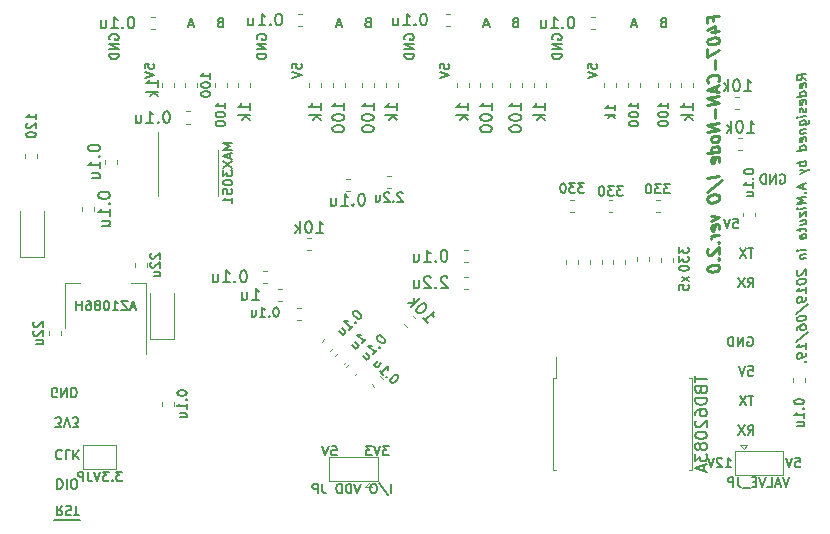
<source format=gbr>
G04 #@! TF.GenerationSoftware,KiCad,Pcbnew,(5.1.2)-1*
G04 #@! TF.CreationDate,2019-06-29T05:03:23+09:00*
G04 #@! TF.ProjectId,stm32f4_board_test,73746d33-3266-4345-9f62-6f6172645f74,rev?*
G04 #@! TF.SameCoordinates,Original*
G04 #@! TF.FileFunction,Legend,Bot*
G04 #@! TF.FilePolarity,Positive*
%FSLAX46Y46*%
G04 Gerber Fmt 4.6, Leading zero omitted, Abs format (unit mm)*
G04 Created by KiCad (PCBNEW (5.1.2)-1) date 2019-06-29 05:03:23*
%MOMM*%
%LPD*%
G04 APERTURE LIST*
%ADD10C,0.150000*%
%ADD11C,0.200000*%
%ADD12C,0.250000*%
%ADD13C,0.120000*%
G04 APERTURE END LIST*
D10*
X56611904Y-22711785D02*
X56078571Y-23130833D01*
X56078571Y-22711785D02*
X56611904Y-23130833D01*
X55811904Y-23816547D02*
X55811904Y-23435595D01*
X56192857Y-23397500D01*
X56154761Y-23435595D01*
X56116666Y-23511785D01*
X56116666Y-23702261D01*
X56154761Y-23778452D01*
X56192857Y-23816547D01*
X56269047Y-23854642D01*
X56459523Y-23854642D01*
X56535714Y-23816547D01*
X56573809Y-23778452D01*
X56611904Y-23702261D01*
X56611904Y-23511785D01*
X56573809Y-23435595D01*
X56535714Y-23397500D01*
D11*
X10561904Y-5097619D02*
X10561904Y-4716666D01*
X10942857Y-4678571D01*
X10904761Y-4716666D01*
X10866666Y-4792857D01*
X10866666Y-4983333D01*
X10904761Y-5059523D01*
X10942857Y-5097619D01*
X11019047Y-5135714D01*
X11209523Y-5135714D01*
X11285714Y-5097619D01*
X11323809Y-5059523D01*
X11361904Y-4983333D01*
X11361904Y-4792857D01*
X11323809Y-4716666D01*
X11285714Y-4678571D01*
X10561904Y-5364285D02*
X11361904Y-5630952D01*
X10561904Y-5897619D01*
X23061904Y-5097619D02*
X23061904Y-4716666D01*
X23442857Y-4678571D01*
X23404761Y-4716666D01*
X23366666Y-4792857D01*
X23366666Y-4983333D01*
X23404761Y-5059523D01*
X23442857Y-5097619D01*
X23519047Y-5135714D01*
X23709523Y-5135714D01*
X23785714Y-5097619D01*
X23823809Y-5059523D01*
X23861904Y-4983333D01*
X23861904Y-4792857D01*
X23823809Y-4716666D01*
X23785714Y-4678571D01*
X23061904Y-5364285D02*
X23861904Y-5630952D01*
X23061904Y-5897619D01*
X35561904Y-5097619D02*
X35561904Y-4716666D01*
X35942857Y-4678571D01*
X35904761Y-4716666D01*
X35866666Y-4792857D01*
X35866666Y-4983333D01*
X35904761Y-5059523D01*
X35942857Y-5097619D01*
X36019047Y-5135714D01*
X36209523Y-5135714D01*
X36285714Y-5097619D01*
X36323809Y-5059523D01*
X36361904Y-4983333D01*
X36361904Y-4792857D01*
X36323809Y-4716666D01*
X36285714Y-4678571D01*
X35561904Y-5364285D02*
X36361904Y-5630952D01*
X35561904Y-5897619D01*
X48061904Y-5097619D02*
X48061904Y-4716666D01*
X48442857Y-4678571D01*
X48404761Y-4716666D01*
X48366666Y-4792857D01*
X48366666Y-4983333D01*
X48404761Y-5059523D01*
X48442857Y-5097619D01*
X48519047Y-5135714D01*
X48709523Y-5135714D01*
X48785714Y-5097619D01*
X48823809Y-5059523D01*
X48861904Y-4983333D01*
X48861904Y-4792857D01*
X48823809Y-4716666D01*
X48785714Y-4678571D01*
X48061904Y-5364285D02*
X48861904Y-5630952D01*
X48061904Y-5897619D01*
X29442857Y-1192857D02*
X29328571Y-1230952D01*
X29290476Y-1269047D01*
X29252380Y-1345238D01*
X29252380Y-1459523D01*
X29290476Y-1535714D01*
X29328571Y-1573809D01*
X29404761Y-1611904D01*
X29709523Y-1611904D01*
X29709523Y-811904D01*
X29442857Y-811904D01*
X29366666Y-850000D01*
X29328571Y-888095D01*
X29290476Y-964285D01*
X29290476Y-1040476D01*
X29328571Y-1116666D01*
X29366666Y-1154761D01*
X29442857Y-1192857D01*
X29709523Y-1192857D01*
X16942857Y-1192857D02*
X16828571Y-1230952D01*
X16790476Y-1269047D01*
X16752380Y-1345238D01*
X16752380Y-1459523D01*
X16790476Y-1535714D01*
X16828571Y-1573809D01*
X16904761Y-1611904D01*
X17209523Y-1611904D01*
X17209523Y-811904D01*
X16942857Y-811904D01*
X16866666Y-850000D01*
X16828571Y-888095D01*
X16790476Y-964285D01*
X16790476Y-1040476D01*
X16828571Y-1116666D01*
X16866666Y-1154761D01*
X16942857Y-1192857D01*
X17209523Y-1192857D01*
X14690476Y-1383333D02*
X14309523Y-1383333D01*
X14766666Y-1611904D02*
X14500000Y-811904D01*
X14233333Y-1611904D01*
X27190476Y-1383333D02*
X26809523Y-1383333D01*
X27266666Y-1611904D02*
X27000000Y-811904D01*
X26733333Y-1611904D01*
X39690476Y-1383333D02*
X39309523Y-1383333D01*
X39766666Y-1611904D02*
X39500000Y-811904D01*
X39233333Y-1611904D01*
X41942857Y-1192857D02*
X41828571Y-1230952D01*
X41790476Y-1269047D01*
X41752380Y-1345238D01*
X41752380Y-1459523D01*
X41790476Y-1535714D01*
X41828571Y-1573809D01*
X41904761Y-1611904D01*
X42209523Y-1611904D01*
X42209523Y-811904D01*
X41942857Y-811904D01*
X41866666Y-850000D01*
X41828571Y-888095D01*
X41790476Y-964285D01*
X41790476Y-1040476D01*
X41828571Y-1116666D01*
X41866666Y-1154761D01*
X41942857Y-1192857D01*
X42209523Y-1192857D01*
X54442857Y-1192857D02*
X54328571Y-1230952D01*
X54290476Y-1269047D01*
X54252380Y-1345238D01*
X54252380Y-1459523D01*
X54290476Y-1535714D01*
X54328571Y-1573809D01*
X54404761Y-1611904D01*
X54709523Y-1611904D01*
X54709523Y-811904D01*
X54442857Y-811904D01*
X54366666Y-850000D01*
X54328571Y-888095D01*
X54290476Y-964285D01*
X54290476Y-1040476D01*
X54328571Y-1116666D01*
X54366666Y-1154761D01*
X54442857Y-1192857D01*
X54709523Y-1192857D01*
X52190476Y-1383333D02*
X51809523Y-1383333D01*
X52266666Y-1611904D02*
X52000000Y-811904D01*
X51733333Y-1611904D01*
X45100000Y-2640476D02*
X45061904Y-2564285D01*
X45061904Y-2450000D01*
X45100000Y-2335714D01*
X45176190Y-2259523D01*
X45252380Y-2221428D01*
X45404761Y-2183333D01*
X45519047Y-2183333D01*
X45671428Y-2221428D01*
X45747619Y-2259523D01*
X45823809Y-2335714D01*
X45861904Y-2450000D01*
X45861904Y-2526190D01*
X45823809Y-2640476D01*
X45785714Y-2678571D01*
X45519047Y-2678571D01*
X45519047Y-2526190D01*
X45861904Y-3021428D02*
X45061904Y-3021428D01*
X45861904Y-3478571D01*
X45061904Y-3478571D01*
X45861904Y-3859523D02*
X45061904Y-3859523D01*
X45061904Y-4050000D01*
X45100000Y-4164285D01*
X45176190Y-4240476D01*
X45252380Y-4278571D01*
X45404761Y-4316666D01*
X45519047Y-4316666D01*
X45671428Y-4278571D01*
X45747619Y-4240476D01*
X45823809Y-4164285D01*
X45861904Y-4050000D01*
X45861904Y-3859523D01*
X32600000Y-2640476D02*
X32561904Y-2564285D01*
X32561904Y-2450000D01*
X32600000Y-2335714D01*
X32676190Y-2259523D01*
X32752380Y-2221428D01*
X32904761Y-2183333D01*
X33019047Y-2183333D01*
X33171428Y-2221428D01*
X33247619Y-2259523D01*
X33323809Y-2335714D01*
X33361904Y-2450000D01*
X33361904Y-2526190D01*
X33323809Y-2640476D01*
X33285714Y-2678571D01*
X33019047Y-2678571D01*
X33019047Y-2526190D01*
X33361904Y-3021428D02*
X32561904Y-3021428D01*
X33361904Y-3478571D01*
X32561904Y-3478571D01*
X33361904Y-3859523D02*
X32561904Y-3859523D01*
X32561904Y-4050000D01*
X32600000Y-4164285D01*
X32676190Y-4240476D01*
X32752380Y-4278571D01*
X32904761Y-4316666D01*
X33019047Y-4316666D01*
X33171428Y-4278571D01*
X33247619Y-4240476D01*
X33323809Y-4164285D01*
X33361904Y-4050000D01*
X33361904Y-3859523D01*
X20100000Y-2640476D02*
X20061904Y-2564285D01*
X20061904Y-2450000D01*
X20100000Y-2335714D01*
X20176190Y-2259523D01*
X20252380Y-2221428D01*
X20404761Y-2183333D01*
X20519047Y-2183333D01*
X20671428Y-2221428D01*
X20747619Y-2259523D01*
X20823809Y-2335714D01*
X20861904Y-2450000D01*
X20861904Y-2526190D01*
X20823809Y-2640476D01*
X20785714Y-2678571D01*
X20519047Y-2678571D01*
X20519047Y-2526190D01*
X20861904Y-3021428D02*
X20061904Y-3021428D01*
X20861904Y-3478571D01*
X20061904Y-3478571D01*
X20861904Y-3859523D02*
X20061904Y-3859523D01*
X20061904Y-4050000D01*
X20100000Y-4164285D01*
X20176190Y-4240476D01*
X20252380Y-4278571D01*
X20404761Y-4316666D01*
X20519047Y-4316666D01*
X20671428Y-4278571D01*
X20747619Y-4240476D01*
X20823809Y-4164285D01*
X20861904Y-4050000D01*
X20861904Y-3859523D01*
X7600000Y-2640476D02*
X7561904Y-2564285D01*
X7561904Y-2450000D01*
X7600000Y-2335714D01*
X7676190Y-2259523D01*
X7752380Y-2221428D01*
X7904761Y-2183333D01*
X8019047Y-2183333D01*
X8171428Y-2221428D01*
X8247619Y-2259523D01*
X8323809Y-2335714D01*
X8361904Y-2450000D01*
X8361904Y-2526190D01*
X8323809Y-2640476D01*
X8285714Y-2678571D01*
X8019047Y-2678571D01*
X8019047Y-2526190D01*
X8361904Y-3021428D02*
X7561904Y-3021428D01*
X8361904Y-3478571D01*
X7561904Y-3478571D01*
X8361904Y-3859523D02*
X7561904Y-3859523D01*
X7561904Y-4050000D01*
X7600000Y-4164285D01*
X7676190Y-4240476D01*
X7752380Y-4278571D01*
X7904761Y-4316666D01*
X8019047Y-4316666D01*
X8171428Y-4278571D01*
X8247619Y-4240476D01*
X8323809Y-4164285D01*
X8361904Y-4050000D01*
X8361904Y-3859523D01*
X2914285Y-43336000D02*
X3714285Y-43336000D01*
X3561904Y-42138095D02*
X3295238Y-42519047D01*
X3104761Y-42138095D02*
X3104761Y-42938095D01*
X3409523Y-42938095D01*
X3485714Y-42900000D01*
X3523809Y-42861904D01*
X3561904Y-42785714D01*
X3561904Y-42671428D01*
X3523809Y-42595238D01*
X3485714Y-42557142D01*
X3409523Y-42519047D01*
X3104761Y-42519047D01*
X3714285Y-43336000D02*
X4476190Y-43336000D01*
X3866666Y-42176190D02*
X3980952Y-42138095D01*
X4171428Y-42138095D01*
X4247619Y-42176190D01*
X4285714Y-42214285D01*
X4323809Y-42290476D01*
X4323809Y-42366666D01*
X4285714Y-42442857D01*
X4247619Y-42480952D01*
X4171428Y-42519047D01*
X4019047Y-42557142D01*
X3942857Y-42595238D01*
X3904761Y-42633333D01*
X3866666Y-42709523D01*
X3866666Y-42785714D01*
X3904761Y-42861904D01*
X3942857Y-42900000D01*
X4019047Y-42938095D01*
X4209523Y-42938095D01*
X4323809Y-42900000D01*
X4476190Y-43336000D02*
X5085714Y-43336000D01*
X4552380Y-42938095D02*
X5009523Y-42938095D01*
X4780952Y-42138095D02*
X4780952Y-42938095D01*
X61652380Y-30311904D02*
X62033333Y-30311904D01*
X62071428Y-30692857D01*
X62033333Y-30654761D01*
X61957142Y-30616666D01*
X61766666Y-30616666D01*
X61690476Y-30654761D01*
X61652380Y-30692857D01*
X61614285Y-30769047D01*
X61614285Y-30959523D01*
X61652380Y-31035714D01*
X61690476Y-31073809D01*
X61766666Y-31111904D01*
X61957142Y-31111904D01*
X62033333Y-31073809D01*
X62071428Y-31035714D01*
X61385714Y-30311904D02*
X61119047Y-31111904D01*
X60852380Y-30311904D01*
X61609523Y-27850000D02*
X61685714Y-27811904D01*
X61800000Y-27811904D01*
X61914285Y-27850000D01*
X61990476Y-27926190D01*
X62028571Y-28002380D01*
X62066666Y-28154761D01*
X62066666Y-28269047D01*
X62028571Y-28421428D01*
X61990476Y-28497619D01*
X61914285Y-28573809D01*
X61800000Y-28611904D01*
X61723809Y-28611904D01*
X61609523Y-28573809D01*
X61571428Y-28535714D01*
X61571428Y-28269047D01*
X61723809Y-28269047D01*
X61228571Y-28611904D02*
X61228571Y-27811904D01*
X60771428Y-28611904D01*
X60771428Y-27811904D01*
X60390476Y-28611904D02*
X60390476Y-27811904D01*
X60200000Y-27811904D01*
X60085714Y-27850000D01*
X60009523Y-27926190D01*
X59971428Y-28002380D01*
X59933333Y-28154761D01*
X59933333Y-28269047D01*
X59971428Y-28421428D01*
X60009523Y-28497619D01*
X60085714Y-28573809D01*
X60200000Y-28611904D01*
X60390476Y-28611904D01*
X62109523Y-32811904D02*
X61652380Y-32811904D01*
X61880952Y-33611904D02*
X61880952Y-32811904D01*
X61461904Y-32811904D02*
X60928571Y-33611904D01*
X60928571Y-32811904D02*
X61461904Y-33611904D01*
X61633333Y-36111904D02*
X61900000Y-35730952D01*
X62090476Y-36111904D02*
X62090476Y-35311904D01*
X61785714Y-35311904D01*
X61709523Y-35350000D01*
X61671428Y-35388095D01*
X61633333Y-35464285D01*
X61633333Y-35578571D01*
X61671428Y-35654761D01*
X61709523Y-35692857D01*
X61785714Y-35730952D01*
X62090476Y-35730952D01*
X61366666Y-35311904D02*
X60833333Y-36111904D01*
X60833333Y-35311904D02*
X61366666Y-36111904D01*
X66561904Y-6032380D02*
X66180952Y-5813333D01*
X66561904Y-5575238D02*
X65761904Y-5675238D01*
X65761904Y-5979999D01*
X65800000Y-6051428D01*
X65838095Y-6084761D01*
X65914285Y-6113333D01*
X66028571Y-6099047D01*
X66104761Y-6051428D01*
X66142857Y-6008571D01*
X66180952Y-5927619D01*
X66180952Y-5622857D01*
X66523809Y-6684761D02*
X66561904Y-6603809D01*
X66561904Y-6451428D01*
X66523809Y-6380000D01*
X66447619Y-6351428D01*
X66142857Y-6389523D01*
X66066666Y-6437142D01*
X66028571Y-6518095D01*
X66028571Y-6670476D01*
X66066666Y-6741904D01*
X66142857Y-6770476D01*
X66219047Y-6760952D01*
X66295238Y-6370476D01*
X66561904Y-7403809D02*
X65761904Y-7503809D01*
X66523809Y-7408571D02*
X66561904Y-7327619D01*
X66561904Y-7175238D01*
X66523809Y-7103809D01*
X66485714Y-7070476D01*
X66409523Y-7041904D01*
X66180952Y-7070476D01*
X66104761Y-7118095D01*
X66066666Y-7160952D01*
X66028571Y-7241904D01*
X66028571Y-7394285D01*
X66066666Y-7465714D01*
X66523809Y-8094285D02*
X66561904Y-8013333D01*
X66561904Y-7860952D01*
X66523809Y-7789523D01*
X66447619Y-7760952D01*
X66142857Y-7799047D01*
X66066666Y-7846666D01*
X66028571Y-7927619D01*
X66028571Y-8080000D01*
X66066666Y-8151428D01*
X66142857Y-8180000D01*
X66219047Y-8170476D01*
X66295238Y-7780000D01*
X66523809Y-8437142D02*
X66561904Y-8508571D01*
X66561904Y-8660952D01*
X66523809Y-8741904D01*
X66447619Y-8789523D01*
X66409523Y-8794285D01*
X66333333Y-8765714D01*
X66295238Y-8694285D01*
X66295238Y-8580000D01*
X66257142Y-8508571D01*
X66180952Y-8480000D01*
X66142857Y-8484761D01*
X66066666Y-8532380D01*
X66028571Y-8613333D01*
X66028571Y-8727619D01*
X66066666Y-8799047D01*
X66561904Y-9118095D02*
X66028571Y-9184761D01*
X65761904Y-9218095D02*
X65800000Y-9175238D01*
X65838095Y-9208571D01*
X65800000Y-9251428D01*
X65761904Y-9218095D01*
X65838095Y-9208571D01*
X66028571Y-9908571D02*
X66676190Y-9827619D01*
X66752380Y-9780000D01*
X66790476Y-9737142D01*
X66828571Y-9656190D01*
X66828571Y-9541904D01*
X66790476Y-9470476D01*
X66523809Y-9846666D02*
X66561904Y-9765714D01*
X66561904Y-9613333D01*
X66523809Y-9541904D01*
X66485714Y-9508571D01*
X66409523Y-9480000D01*
X66180952Y-9508571D01*
X66104761Y-9556190D01*
X66066666Y-9599047D01*
X66028571Y-9680000D01*
X66028571Y-9832380D01*
X66066666Y-9903809D01*
X66028571Y-10289523D02*
X66561904Y-10222857D01*
X66104761Y-10280000D02*
X66066666Y-10322857D01*
X66028571Y-10403809D01*
X66028571Y-10518095D01*
X66066666Y-10589523D01*
X66142857Y-10618095D01*
X66561904Y-10565714D01*
X66523809Y-11256190D02*
X66561904Y-11175238D01*
X66561904Y-11022857D01*
X66523809Y-10951428D01*
X66447619Y-10922857D01*
X66142857Y-10960952D01*
X66066666Y-11008571D01*
X66028571Y-11089523D01*
X66028571Y-11241904D01*
X66066666Y-11313333D01*
X66142857Y-11341904D01*
X66219047Y-11332380D01*
X66295238Y-10941904D01*
X66561904Y-11975238D02*
X65761904Y-12075238D01*
X66523809Y-11980000D02*
X66561904Y-11899047D01*
X66561904Y-11746666D01*
X66523809Y-11675238D01*
X66485714Y-11641904D01*
X66409523Y-11613333D01*
X66180952Y-11641904D01*
X66104761Y-11689523D01*
X66066666Y-11732380D01*
X66028571Y-11813333D01*
X66028571Y-11965714D01*
X66066666Y-12037142D01*
X66561904Y-12965714D02*
X65761904Y-13065714D01*
X66066666Y-13027619D02*
X66028571Y-13108571D01*
X66028571Y-13260952D01*
X66066666Y-13332380D01*
X66104761Y-13365714D01*
X66180952Y-13394285D01*
X66409523Y-13365714D01*
X66485714Y-13318095D01*
X66523809Y-13275238D01*
X66561904Y-13194285D01*
X66561904Y-13041904D01*
X66523809Y-12970476D01*
X66028571Y-13679999D02*
X66561904Y-13803809D01*
X66028571Y-14060952D02*
X66561904Y-13803809D01*
X66752380Y-13703809D01*
X66790476Y-13660952D01*
X66828571Y-13579999D01*
X66333333Y-14899047D02*
X66333333Y-15280000D01*
X66561904Y-14794285D02*
X65761904Y-15160952D01*
X66561904Y-15327619D01*
X66485714Y-15603809D02*
X66523809Y-15637142D01*
X66561904Y-15594285D01*
X66523809Y-15560952D01*
X66485714Y-15603809D01*
X66561904Y-15594285D01*
X66561904Y-15975238D02*
X65761904Y-16075238D01*
X66333333Y-16270476D01*
X65761904Y-16608571D01*
X66561904Y-16508571D01*
X66561904Y-16889523D02*
X66028571Y-16956190D01*
X65761904Y-16989523D02*
X65800000Y-16946666D01*
X65838095Y-16979999D01*
X65800000Y-17022857D01*
X65761904Y-16989523D01*
X65838095Y-16979999D01*
X66028571Y-17260952D02*
X66028571Y-17679999D01*
X66561904Y-17194285D01*
X66561904Y-17613333D01*
X66028571Y-18327619D02*
X66561904Y-18260952D01*
X66028571Y-17984761D02*
X66447619Y-17932380D01*
X66523809Y-17960952D01*
X66561904Y-18032380D01*
X66561904Y-18146666D01*
X66523809Y-18227619D01*
X66485714Y-18270476D01*
X66028571Y-18594285D02*
X66028571Y-18899047D01*
X65761904Y-18741904D02*
X66447619Y-18656190D01*
X66523809Y-18684761D01*
X66561904Y-18756190D01*
X66561904Y-18832380D01*
X66561904Y-19441904D02*
X66142857Y-19494285D01*
X66066666Y-19465714D01*
X66028571Y-19394285D01*
X66028571Y-19241904D01*
X66066666Y-19160952D01*
X66523809Y-19446666D02*
X66561904Y-19365714D01*
X66561904Y-19175238D01*
X66523809Y-19103809D01*
X66447619Y-19075238D01*
X66371428Y-19084761D01*
X66295238Y-19132380D01*
X66257142Y-19213333D01*
X66257142Y-19403809D01*
X66219047Y-19484761D01*
X66561904Y-20432380D02*
X66028571Y-20499047D01*
X65761904Y-20532380D02*
X65800000Y-20489523D01*
X65838095Y-20522857D01*
X65800000Y-20565714D01*
X65761904Y-20532380D01*
X65838095Y-20522857D01*
X66028571Y-20879999D02*
X66561904Y-20813333D01*
X66104761Y-20870476D02*
X66066666Y-20913333D01*
X66028571Y-20994285D01*
X66028571Y-21108571D01*
X66066666Y-21179999D01*
X66142857Y-21208571D01*
X66561904Y-21156190D01*
X65838095Y-22199047D02*
X65800000Y-22241904D01*
X65761904Y-22322857D01*
X65761904Y-22513333D01*
X65800000Y-22584761D01*
X65838095Y-22618095D01*
X65914285Y-22646666D01*
X65990476Y-22637142D01*
X66104761Y-22584761D01*
X66561904Y-22070476D01*
X66561904Y-22565714D01*
X65761904Y-23160952D02*
X65761904Y-23237142D01*
X65800000Y-23308571D01*
X65838095Y-23341904D01*
X65914285Y-23370476D01*
X66066666Y-23389523D01*
X66257142Y-23365714D01*
X66409523Y-23308571D01*
X66485714Y-23260952D01*
X66523809Y-23218095D01*
X66561904Y-23137142D01*
X66561904Y-23060952D01*
X66523809Y-22989523D01*
X66485714Y-22956190D01*
X66409523Y-22927619D01*
X66257142Y-22908571D01*
X66066666Y-22932380D01*
X65914285Y-22989523D01*
X65838095Y-23037142D01*
X65800000Y-23080000D01*
X65761904Y-23160952D01*
X66561904Y-24089523D02*
X66561904Y-23632380D01*
X66561904Y-23860952D02*
X65761904Y-23960952D01*
X65876190Y-23870476D01*
X65952380Y-23784761D01*
X65990476Y-23703809D01*
X66561904Y-24470476D02*
X66561904Y-24622857D01*
X66523809Y-24703809D01*
X66485714Y-24746666D01*
X66371428Y-24837142D01*
X66219047Y-24894285D01*
X65914285Y-24932380D01*
X65838095Y-24903809D01*
X65800000Y-24870476D01*
X65761904Y-24799047D01*
X65761904Y-24646666D01*
X65800000Y-24565714D01*
X65838095Y-24522857D01*
X65914285Y-24475238D01*
X66104761Y-24451428D01*
X66180952Y-24480000D01*
X66219047Y-24513333D01*
X66257142Y-24584761D01*
X66257142Y-24737142D01*
X66219047Y-24818095D01*
X66180952Y-24860952D01*
X66104761Y-24908571D01*
X65723809Y-25870476D02*
X66752380Y-25056190D01*
X65761904Y-26284761D02*
X65761904Y-26360952D01*
X65800000Y-26432380D01*
X65838095Y-26465714D01*
X65914285Y-26494285D01*
X66066666Y-26513333D01*
X66257142Y-26489523D01*
X66409523Y-26432380D01*
X66485714Y-26384761D01*
X66523809Y-26341904D01*
X66561904Y-26260952D01*
X66561904Y-26184761D01*
X66523809Y-26113333D01*
X66485714Y-26080000D01*
X66409523Y-26051428D01*
X66257142Y-26032380D01*
X66066666Y-26056190D01*
X65914285Y-26113333D01*
X65838095Y-26160952D01*
X65800000Y-26203809D01*
X65761904Y-26284761D01*
X65761904Y-27237142D02*
X65761904Y-27084761D01*
X65800000Y-27003809D01*
X65838095Y-26960952D01*
X65952380Y-26870476D01*
X66104761Y-26813333D01*
X66409523Y-26775238D01*
X66485714Y-26803809D01*
X66523809Y-26837142D01*
X66561904Y-26908571D01*
X66561904Y-27060952D01*
X66523809Y-27141904D01*
X66485714Y-27184761D01*
X66409523Y-27232380D01*
X66219047Y-27256190D01*
X66142857Y-27227619D01*
X66104761Y-27194285D01*
X66066666Y-27122857D01*
X66066666Y-26970476D01*
X66104761Y-26889523D01*
X66142857Y-26846666D01*
X66219047Y-26799047D01*
X65723809Y-28232380D02*
X66752380Y-27418095D01*
X66561904Y-28813333D02*
X66561904Y-28356190D01*
X66561904Y-28584761D02*
X65761904Y-28684761D01*
X65876190Y-28594285D01*
X65952380Y-28508571D01*
X65990476Y-28427619D01*
X66561904Y-29194285D02*
X66561904Y-29346666D01*
X66523809Y-29427619D01*
X66485714Y-29470476D01*
X66371428Y-29560952D01*
X66219047Y-29618095D01*
X65914285Y-29656190D01*
X65838095Y-29627619D01*
X65800000Y-29594285D01*
X65761904Y-29522857D01*
X65761904Y-29370476D01*
X65800000Y-29289523D01*
X65838095Y-29246666D01*
X65914285Y-29199047D01*
X66104761Y-29175238D01*
X66180952Y-29203809D01*
X66219047Y-29237142D01*
X66257142Y-29308571D01*
X66257142Y-29460952D01*
X66219047Y-29541904D01*
X66180952Y-29584761D01*
X66104761Y-29632380D01*
X66485714Y-29927619D02*
X66523809Y-29960952D01*
X66561904Y-29918095D01*
X66523809Y-29884761D01*
X66485714Y-29927619D01*
X66561904Y-29918095D01*
D12*
X58678571Y-1055357D02*
X58678571Y-722023D01*
X59202380Y-656547D02*
X58202380Y-781547D01*
X58202380Y-1257738D01*
X58535714Y-2025595D02*
X59202380Y-1942261D01*
X58154761Y-1835119D02*
X58869047Y-1507738D01*
X58869047Y-2126785D01*
X58202380Y-2781547D02*
X58202380Y-2876785D01*
X58250000Y-2966071D01*
X58297619Y-3007738D01*
X58392857Y-3043452D01*
X58583333Y-3067261D01*
X58821428Y-3037500D01*
X59011904Y-2966071D01*
X59107142Y-2906547D01*
X59154761Y-2852976D01*
X59202380Y-2751785D01*
X59202380Y-2656547D01*
X59154761Y-2567261D01*
X59107142Y-2525595D01*
X59011904Y-2489880D01*
X58821428Y-2466071D01*
X58583333Y-2495833D01*
X58392857Y-2567261D01*
X58297619Y-2626785D01*
X58250000Y-2680357D01*
X58202380Y-2781547D01*
X58202380Y-3448214D02*
X58202380Y-4114880D01*
X59202380Y-3561309D01*
X58821428Y-4418452D02*
X58821428Y-5180357D01*
X59107142Y-6192261D02*
X59154761Y-6138690D01*
X59202380Y-5989880D01*
X59202380Y-5894642D01*
X59154761Y-5757738D01*
X59059523Y-5674404D01*
X58964285Y-5638690D01*
X58773809Y-5614880D01*
X58630952Y-5632738D01*
X58440476Y-5704166D01*
X58345238Y-5763690D01*
X58250000Y-5870833D01*
X58202380Y-6019642D01*
X58202380Y-6114880D01*
X58250000Y-6251785D01*
X58297619Y-6293452D01*
X58916666Y-6597023D02*
X58916666Y-7073214D01*
X59202380Y-6466071D02*
X58202380Y-6924404D01*
X59202380Y-7132738D01*
X59202380Y-7466071D02*
X58202380Y-7591071D01*
X59202380Y-8037499D01*
X58202380Y-8162499D01*
X58821428Y-8561309D02*
X58821428Y-9323214D01*
X59202380Y-9751785D02*
X58202380Y-9876785D01*
X59202380Y-10323214D01*
X58202380Y-10448214D01*
X59202380Y-10942261D02*
X59154761Y-10852976D01*
X59107142Y-10811309D01*
X59011904Y-10775595D01*
X58726190Y-10811309D01*
X58630952Y-10870833D01*
X58583333Y-10924404D01*
X58535714Y-11025595D01*
X58535714Y-11168452D01*
X58583333Y-11257738D01*
X58630952Y-11299404D01*
X58726190Y-11335119D01*
X59011904Y-11299404D01*
X59107142Y-11239880D01*
X59154761Y-11186309D01*
X59202380Y-11085119D01*
X59202380Y-10942261D01*
X59202380Y-12132738D02*
X58202380Y-12257738D01*
X59154761Y-12138690D02*
X59202380Y-12037499D01*
X59202380Y-11847023D01*
X59154761Y-11757738D01*
X59107142Y-11716071D01*
X59011904Y-11680357D01*
X58726190Y-11716071D01*
X58630952Y-11775595D01*
X58583333Y-11829166D01*
X58535714Y-11930357D01*
X58535714Y-12120833D01*
X58583333Y-12210119D01*
X59154761Y-12995833D02*
X59202380Y-12894642D01*
X59202380Y-12704166D01*
X59154761Y-12614880D01*
X59059523Y-12579166D01*
X58678571Y-12626785D01*
X58583333Y-12686309D01*
X58535714Y-12787499D01*
X58535714Y-12977976D01*
X58583333Y-13067261D01*
X58678571Y-13102976D01*
X58773809Y-13091071D01*
X58869047Y-12602976D01*
X59202380Y-14227976D02*
X58202380Y-14352976D01*
X58154761Y-15549404D02*
X59440476Y-14531547D01*
X58202380Y-16067261D02*
X58202380Y-16257738D01*
X58250000Y-16347023D01*
X58345238Y-16430357D01*
X58535714Y-16454166D01*
X58869047Y-16412499D01*
X59059523Y-16341071D01*
X59154761Y-16233928D01*
X59202380Y-16132738D01*
X59202380Y-15942261D01*
X59154761Y-15852976D01*
X59059523Y-15769642D01*
X58869047Y-15745833D01*
X58535714Y-15787499D01*
X58345238Y-15858928D01*
X58250000Y-15966071D01*
X58202380Y-16067261D01*
X58535714Y-17549404D02*
X59202380Y-17704166D01*
X58535714Y-18025595D01*
X59154761Y-18710119D02*
X59202380Y-18608928D01*
X59202380Y-18418452D01*
X59154761Y-18329166D01*
X59059523Y-18293452D01*
X58678571Y-18341071D01*
X58583333Y-18400595D01*
X58535714Y-18501785D01*
X58535714Y-18692261D01*
X58583333Y-18781547D01*
X58678571Y-18817261D01*
X58773809Y-18805357D01*
X58869047Y-18317261D01*
X59202380Y-19180357D02*
X58535714Y-19263690D01*
X58726190Y-19239880D02*
X58630952Y-19299404D01*
X58583333Y-19352976D01*
X58535714Y-19454166D01*
X58535714Y-19549404D01*
X59107142Y-19811309D02*
X59154761Y-19852976D01*
X59202380Y-19799404D01*
X59154761Y-19757738D01*
X59107142Y-19811309D01*
X59202380Y-19799404D01*
X58297619Y-20341071D02*
X58250000Y-20394642D01*
X58202380Y-20495833D01*
X58202380Y-20733928D01*
X58250000Y-20823214D01*
X58297619Y-20864880D01*
X58392857Y-20900595D01*
X58488095Y-20888690D01*
X58630952Y-20823214D01*
X59202380Y-20180357D01*
X59202380Y-20799404D01*
X59107142Y-21239880D02*
X59154761Y-21281547D01*
X59202380Y-21227976D01*
X59154761Y-21186309D01*
X59107142Y-21239880D01*
X59202380Y-21227976D01*
X58202380Y-22019642D02*
X58202380Y-22114880D01*
X58250000Y-22204166D01*
X58297619Y-22245833D01*
X58392857Y-22281547D01*
X58583333Y-22305357D01*
X58821428Y-22275595D01*
X59011904Y-22204166D01*
X59107142Y-22144642D01*
X59154761Y-22091071D01*
X59202380Y-21989880D01*
X59202380Y-21894642D01*
X59154761Y-21805357D01*
X59107142Y-21763690D01*
X59011904Y-21727976D01*
X58821428Y-21704166D01*
X58583333Y-21733928D01*
X58392857Y-21805357D01*
X58297619Y-21864880D01*
X58250000Y-21918452D01*
X58202380Y-22019642D01*
D10*
X65147619Y-39711904D02*
X64880952Y-40511904D01*
X64614285Y-39711904D01*
X64385714Y-40283333D02*
X64004761Y-40283333D01*
X64461904Y-40511904D02*
X64195238Y-39711904D01*
X63928571Y-40511904D01*
X63280952Y-40511904D02*
X63661904Y-40511904D01*
X63661904Y-39711904D01*
X63128571Y-39711904D02*
X62861904Y-40511904D01*
X62595238Y-39711904D01*
X62328571Y-40092857D02*
X62061904Y-40092857D01*
X61947619Y-40511904D02*
X62328571Y-40511904D01*
X62328571Y-39711904D01*
X61947619Y-39711904D01*
X61795238Y-40588095D02*
X61185714Y-40588095D01*
X60766666Y-39711904D02*
X60766666Y-40283333D01*
X60804761Y-40397619D01*
X60880952Y-40473809D01*
X60995238Y-40511904D01*
X61071428Y-40511904D01*
X60385714Y-40511904D02*
X60385714Y-39711904D01*
X60080952Y-39711904D01*
X60004761Y-39750000D01*
X59966666Y-39788095D01*
X59928571Y-39864285D01*
X59928571Y-39978571D01*
X59966666Y-40054761D01*
X60004761Y-40092857D01*
X60080952Y-40130952D01*
X60385714Y-40130952D01*
X65652380Y-38061904D02*
X66033333Y-38061904D01*
X66071428Y-38442857D01*
X66033333Y-38404761D01*
X65957142Y-38366666D01*
X65766666Y-38366666D01*
X65690476Y-38404761D01*
X65652380Y-38442857D01*
X65614285Y-38519047D01*
X65614285Y-38709523D01*
X65652380Y-38785714D01*
X65690476Y-38823809D01*
X65766666Y-38861904D01*
X65957142Y-38861904D01*
X66033333Y-38823809D01*
X66071428Y-38785714D01*
X65385714Y-38061904D02*
X65119047Y-38861904D01*
X64852380Y-38061904D01*
X59745238Y-38861904D02*
X60202380Y-38861904D01*
X59973809Y-38861904D02*
X59973809Y-38061904D01*
X60050000Y-38176190D01*
X60126190Y-38252380D01*
X60202380Y-38290476D01*
X59440476Y-38138095D02*
X59402380Y-38100000D01*
X59326190Y-38061904D01*
X59135714Y-38061904D01*
X59059523Y-38100000D01*
X59021428Y-38138095D01*
X58983333Y-38214285D01*
X58983333Y-38290476D01*
X59021428Y-38404761D01*
X59478571Y-38861904D01*
X58983333Y-38861904D01*
X58754761Y-38061904D02*
X58488095Y-38861904D01*
X58221428Y-38061904D01*
X31240476Y-37061904D02*
X30745238Y-37061904D01*
X31011904Y-37366666D01*
X30897619Y-37366666D01*
X30821428Y-37404761D01*
X30783333Y-37442857D01*
X30745238Y-37519047D01*
X30745238Y-37709523D01*
X30783333Y-37785714D01*
X30821428Y-37823809D01*
X30897619Y-37861904D01*
X31126190Y-37861904D01*
X31202380Y-37823809D01*
X31240476Y-37785714D01*
X30516666Y-37061904D02*
X30250000Y-37861904D01*
X29983333Y-37061904D01*
X29792857Y-37061904D02*
X29297619Y-37061904D01*
X29564285Y-37366666D01*
X29450000Y-37366666D01*
X29373809Y-37404761D01*
X29335714Y-37442857D01*
X29297619Y-37519047D01*
X29297619Y-37709523D01*
X29335714Y-37785714D01*
X29373809Y-37823809D01*
X29450000Y-37861904D01*
X29678571Y-37861904D01*
X29754761Y-37823809D01*
X29792857Y-37785714D01*
X26402380Y-37061904D02*
X26783333Y-37061904D01*
X26821428Y-37442857D01*
X26783333Y-37404761D01*
X26707142Y-37366666D01*
X26516666Y-37366666D01*
X26440476Y-37404761D01*
X26402380Y-37442857D01*
X26364285Y-37519047D01*
X26364285Y-37709523D01*
X26402380Y-37785714D01*
X26440476Y-37823809D01*
X26516666Y-37861904D01*
X26707142Y-37861904D01*
X26783333Y-37823809D01*
X26821428Y-37785714D01*
X26135714Y-37061904D02*
X25869047Y-37861904D01*
X25602380Y-37061904D01*
X31395238Y-41061904D02*
X31395238Y-40261904D01*
X30442857Y-40223809D02*
X31128571Y-41252380D01*
X30023809Y-40261904D02*
X29871428Y-40261904D01*
X29795238Y-40300000D01*
X29719047Y-40376190D01*
X29680952Y-40528571D01*
X29680952Y-40795238D01*
X29719047Y-40947619D01*
X29795238Y-41023809D01*
X29871428Y-41061904D01*
X30023809Y-41061904D01*
X30100000Y-41023809D01*
X30176190Y-40947619D01*
X30214285Y-40795238D01*
X30214285Y-40528571D01*
X30176190Y-40376190D01*
X30100000Y-40300000D01*
X30023809Y-40261904D01*
X28842857Y-40261904D02*
X28576190Y-41061904D01*
X28309523Y-40261904D01*
X28042857Y-41061904D02*
X28042857Y-40261904D01*
X27852380Y-40261904D01*
X27738095Y-40300000D01*
X27661904Y-40376190D01*
X27623809Y-40452380D01*
X27585714Y-40604761D01*
X27585714Y-40719047D01*
X27623809Y-40871428D01*
X27661904Y-40947619D01*
X27738095Y-41023809D01*
X27852380Y-41061904D01*
X28042857Y-41061904D01*
X27242857Y-41061904D02*
X27242857Y-40261904D01*
X27052380Y-40261904D01*
X26938095Y-40300000D01*
X26861904Y-40376190D01*
X26823809Y-40452380D01*
X26785714Y-40604761D01*
X26785714Y-40719047D01*
X26823809Y-40871428D01*
X26861904Y-40947619D01*
X26938095Y-41023809D01*
X27052380Y-41061904D01*
X27242857Y-41061904D01*
X25604761Y-40261904D02*
X25604761Y-40833333D01*
X25642857Y-40947619D01*
X25719047Y-41023809D01*
X25833333Y-41061904D01*
X25909523Y-41061904D01*
X25223809Y-41061904D02*
X25223809Y-40261904D01*
X24919047Y-40261904D01*
X24842857Y-40300000D01*
X24804761Y-40338095D01*
X24766666Y-40414285D01*
X24766666Y-40528571D01*
X24804761Y-40604761D01*
X24842857Y-40642857D01*
X24919047Y-40680952D01*
X25223809Y-40680952D01*
D11*
X3140476Y-32900000D02*
X3064285Y-32938095D01*
X2950000Y-32938095D01*
X2835714Y-32900000D01*
X2759523Y-32823809D01*
X2721428Y-32747619D01*
X2683333Y-32595238D01*
X2683333Y-32480952D01*
X2721428Y-32328571D01*
X2759523Y-32252380D01*
X2835714Y-32176190D01*
X2950000Y-32138095D01*
X3026190Y-32138095D01*
X3140476Y-32176190D01*
X3178571Y-32214285D01*
X3178571Y-32480952D01*
X3026190Y-32480952D01*
X3521428Y-32138095D02*
X3521428Y-32938095D01*
X3978571Y-32138095D01*
X3978571Y-32938095D01*
X4359523Y-32138095D02*
X4359523Y-32938095D01*
X4550000Y-32938095D01*
X4664285Y-32900000D01*
X4740476Y-32823809D01*
X4778571Y-32747619D01*
X4816666Y-32595238D01*
X4816666Y-32480952D01*
X4778571Y-32328571D01*
X4740476Y-32252380D01*
X4664285Y-32176190D01*
X4550000Y-32138095D01*
X4359523Y-32138095D01*
X3009523Y-35438095D02*
X3504761Y-35438095D01*
X3238095Y-35133333D01*
X3352380Y-35133333D01*
X3428571Y-35095238D01*
X3466666Y-35057142D01*
X3504761Y-34980952D01*
X3504761Y-34790476D01*
X3466666Y-34714285D01*
X3428571Y-34676190D01*
X3352380Y-34638095D01*
X3123809Y-34638095D01*
X3047619Y-34676190D01*
X3009523Y-34714285D01*
X3733333Y-35438095D02*
X4000000Y-34638095D01*
X4266666Y-35438095D01*
X4457142Y-35438095D02*
X4952380Y-35438095D01*
X4685714Y-35133333D01*
X4800000Y-35133333D01*
X4876190Y-35095238D01*
X4914285Y-35057142D01*
X4952380Y-34980952D01*
X4952380Y-34790476D01*
X4914285Y-34714285D01*
X4876190Y-34676190D01*
X4800000Y-34638095D01*
X4571428Y-34638095D01*
X4495238Y-34676190D01*
X4457142Y-34714285D01*
X61633333Y-23611904D02*
X61900000Y-23230952D01*
X62090476Y-23611904D02*
X62090476Y-22811904D01*
X61785714Y-22811904D01*
X61709523Y-22850000D01*
X61671428Y-22888095D01*
X61633333Y-22964285D01*
X61633333Y-23078571D01*
X61671428Y-23154761D01*
X61709523Y-23192857D01*
X61785714Y-23230952D01*
X62090476Y-23230952D01*
X61366666Y-22811904D02*
X60833333Y-23611904D01*
X60833333Y-22811904D02*
X61366666Y-23611904D01*
X62109523Y-20311904D02*
X61652380Y-20311904D01*
X61880952Y-21111904D02*
X61880952Y-20311904D01*
X61461904Y-20311904D02*
X60928571Y-21111904D01*
X60928571Y-20311904D02*
X61461904Y-21111904D01*
X64359523Y-14100000D02*
X64435714Y-14061904D01*
X64550000Y-14061904D01*
X64664285Y-14100000D01*
X64740476Y-14176190D01*
X64778571Y-14252380D01*
X64816666Y-14404761D01*
X64816666Y-14519047D01*
X64778571Y-14671428D01*
X64740476Y-14747619D01*
X64664285Y-14823809D01*
X64550000Y-14861904D01*
X64473809Y-14861904D01*
X64359523Y-14823809D01*
X64321428Y-14785714D01*
X64321428Y-14519047D01*
X64473809Y-14519047D01*
X63978571Y-14861904D02*
X63978571Y-14061904D01*
X63521428Y-14861904D01*
X63521428Y-14061904D01*
X63140476Y-14861904D02*
X63140476Y-14061904D01*
X62950000Y-14061904D01*
X62835714Y-14100000D01*
X62759523Y-14176190D01*
X62721428Y-14252380D01*
X62683333Y-14404761D01*
X62683333Y-14519047D01*
X62721428Y-14671428D01*
X62759523Y-14747619D01*
X62835714Y-14823809D01*
X62950000Y-14861904D01*
X63140476Y-14861904D01*
X60402380Y-17811904D02*
X60783333Y-17811904D01*
X60821428Y-18192857D01*
X60783333Y-18154761D01*
X60707142Y-18116666D01*
X60516666Y-18116666D01*
X60440476Y-18154761D01*
X60402380Y-18192857D01*
X60364285Y-18269047D01*
X60364285Y-18459523D01*
X60402380Y-18535714D01*
X60440476Y-18573809D01*
X60516666Y-18611904D01*
X60707142Y-18611904D01*
X60783333Y-18573809D01*
X60821428Y-18535714D01*
X60135714Y-17811904D02*
X59869047Y-18611904D01*
X59602380Y-17811904D01*
X3180952Y-39888095D02*
X3180952Y-40688095D01*
X3371428Y-40688095D01*
X3485714Y-40650000D01*
X3561904Y-40573809D01*
X3600000Y-40497619D01*
X3638095Y-40345238D01*
X3638095Y-40230952D01*
X3600000Y-40078571D01*
X3561904Y-40002380D01*
X3485714Y-39926190D01*
X3371428Y-39888095D01*
X3180952Y-39888095D01*
X3980952Y-39888095D02*
X3980952Y-40688095D01*
X4514285Y-40688095D02*
X4666666Y-40688095D01*
X4742857Y-40650000D01*
X4819047Y-40573809D01*
X4857142Y-40421428D01*
X4857142Y-40154761D01*
X4819047Y-40002380D01*
X4742857Y-39926190D01*
X4666666Y-39888095D01*
X4514285Y-39888095D01*
X4438095Y-39926190D01*
X4361904Y-40002380D01*
X4323809Y-40154761D01*
X4323809Y-40421428D01*
X4361904Y-40573809D01*
X4438095Y-40650000D01*
X4514285Y-40688095D01*
X3523809Y-37464285D02*
X3485714Y-37426190D01*
X3371428Y-37388095D01*
X3295238Y-37388095D01*
X3180952Y-37426190D01*
X3104761Y-37502380D01*
X3066666Y-37578571D01*
X3028571Y-37730952D01*
X3028571Y-37845238D01*
X3066666Y-37997619D01*
X3104761Y-38073809D01*
X3180952Y-38150000D01*
X3295238Y-38188095D01*
X3371428Y-38188095D01*
X3485714Y-38150000D01*
X3523809Y-38111904D01*
X4247619Y-37388095D02*
X3866666Y-37388095D01*
X3866666Y-38188095D01*
X4514285Y-37388095D02*
X4514285Y-38188095D01*
X4971428Y-37388095D02*
X4628571Y-37845238D01*
X4971428Y-38188095D02*
X4514285Y-37730952D01*
D13*
X46240000Y-21662779D02*
X46240000Y-21337221D01*
X47260000Y-21662779D02*
X47260000Y-21337221D01*
X37587221Y-22740000D02*
X37912779Y-22740000D01*
X37587221Y-23760000D02*
X37912779Y-23760000D01*
X31087221Y-15260000D02*
X31412779Y-15260000D01*
X31087221Y-14240000D02*
X31412779Y-14240000D01*
X48662779Y-1760000D02*
X48337221Y-1760000D01*
X48662779Y-740000D02*
X48337221Y-740000D01*
X36412779Y-490000D02*
X36087221Y-490000D01*
X36412779Y-1510000D02*
X36087221Y-1510000D01*
X23912779Y-1510000D02*
X23587221Y-1510000D01*
X23912779Y-490000D02*
X23587221Y-490000D01*
X62260000Y-17625279D02*
X62260000Y-17299721D01*
X61240000Y-17625279D02*
X61240000Y-17299721D01*
X11990000Y-33337221D02*
X11990000Y-33662779D01*
X13010000Y-33337221D02*
X13010000Y-33662779D01*
X3510000Y-27662779D02*
X3510000Y-27337221D01*
X2490000Y-27662779D02*
X2490000Y-27337221D01*
X9780000Y-21872779D02*
X9780000Y-21547221D01*
X10800000Y-21872779D02*
X10800000Y-21547221D01*
X14412779Y-8740000D02*
X14087221Y-8740000D01*
X14412779Y-9760000D02*
X14087221Y-9760000D01*
X27635727Y-29915522D02*
X27405522Y-30145727D01*
X26914478Y-29194273D02*
X26684273Y-29424478D01*
X27844478Y-30124273D02*
X27614273Y-30354478D01*
X28565727Y-30845522D02*
X28335522Y-31075727D01*
X23762779Y-26360000D02*
X23437221Y-26360000D01*
X23762779Y-25340000D02*
X23437221Y-25340000D01*
X25774478Y-28044273D02*
X25544273Y-28274478D01*
X26495727Y-28765522D02*
X26265522Y-28995727D01*
X30495522Y-31124273D02*
X30725727Y-31354478D01*
X29774273Y-31845522D02*
X30004478Y-32075727D01*
X37587221Y-21510000D02*
X37912779Y-21510000D01*
X37587221Y-20490000D02*
X37912779Y-20490000D01*
X5240000Y-16837221D02*
X5240000Y-17162779D01*
X6260000Y-16837221D02*
X6260000Y-17162779D01*
X27912779Y-15510000D02*
X27587221Y-15510000D01*
X27912779Y-14490000D02*
X27587221Y-14490000D01*
X20587221Y-23260000D02*
X20912779Y-23260000D01*
X20587221Y-22240000D02*
X20912779Y-22240000D01*
X21837221Y-23740000D02*
X22162779Y-23740000D01*
X21837221Y-24760000D02*
X22162779Y-24760000D01*
X7240000Y-13162779D02*
X7240000Y-12837221D01*
X8260000Y-13162779D02*
X8260000Y-12837221D01*
X13010000Y-6662779D02*
X13010000Y-6337221D01*
X11990000Y-6662779D02*
X11990000Y-6337221D01*
X18490000Y-6662779D02*
X18490000Y-6337221D01*
X19510000Y-6662779D02*
X19510000Y-6337221D01*
X15010000Y-6662779D02*
X15010000Y-6337221D01*
X13990000Y-6662779D02*
X13990000Y-6337221D01*
X16490000Y-6662779D02*
X16490000Y-6337221D01*
X17510000Y-6662779D02*
X17510000Y-6337221D01*
X50510000Y-6662779D02*
X50510000Y-6337221D01*
X49490000Y-6662779D02*
X49490000Y-6337221D01*
X55990000Y-6662779D02*
X55990000Y-6337221D01*
X57010000Y-6662779D02*
X57010000Y-6337221D01*
X51490000Y-6662779D02*
X51490000Y-6337221D01*
X52510000Y-6662779D02*
X52510000Y-6337221D01*
X55010000Y-6662779D02*
X55010000Y-6337221D01*
X53990000Y-6662779D02*
X53990000Y-6337221D01*
X36990000Y-6662779D02*
X36990000Y-6337221D01*
X38010000Y-6662779D02*
X38010000Y-6337221D01*
X44510000Y-6662779D02*
X44510000Y-6337221D01*
X43490000Y-6662779D02*
X43490000Y-6337221D01*
X40010000Y-6662779D02*
X40010000Y-6337221D01*
X38990000Y-6662779D02*
X38990000Y-6337221D01*
X42510000Y-6662779D02*
X42510000Y-6337221D01*
X41490000Y-6662779D02*
X41490000Y-6337221D01*
X24490000Y-6662779D02*
X24490000Y-6337221D01*
X25510000Y-6662779D02*
X25510000Y-6337221D01*
X32010000Y-6662779D02*
X32010000Y-6337221D01*
X30990000Y-6662779D02*
X30990000Y-6337221D01*
X27510000Y-6662779D02*
X27510000Y-6337221D01*
X26490000Y-6662779D02*
X26490000Y-6337221D01*
X28990000Y-6662779D02*
X28990000Y-6337221D01*
X30010000Y-6662779D02*
X30010000Y-6337221D01*
X60837221Y-12010000D02*
X61162779Y-12010000D01*
X60837221Y-10990000D02*
X61162779Y-10990000D01*
X60587221Y-7490000D02*
X60912779Y-7490000D01*
X60587221Y-8510000D02*
X60912779Y-8510000D01*
X1490000Y-12337221D02*
X1490000Y-12662779D01*
X470000Y-12337221D02*
X470000Y-12662779D01*
X24337221Y-20510000D02*
X24662779Y-20510000D01*
X24337221Y-19490000D02*
X24662779Y-19490000D01*
X46912779Y-16240000D02*
X46587221Y-16240000D01*
X46912779Y-17260000D02*
X46587221Y-17260000D01*
X33245522Y-26024273D02*
X33475727Y-26254478D01*
X32524273Y-26745522D02*
X32754478Y-26975727D01*
X3840000Y-23290000D02*
X5100000Y-23290000D01*
X10660000Y-23290000D02*
X9400000Y-23290000D01*
X3840000Y-27050000D02*
X3840000Y-23290000D01*
X10660000Y-29300000D02*
X10660000Y-23290000D01*
X16790000Y-13950000D02*
X16790000Y-15900000D01*
X16790000Y-13950000D02*
X16790000Y-12000000D01*
X11670000Y-13950000D02*
X11670000Y-15900000D01*
X11670000Y-13950000D02*
X11670000Y-10500000D01*
X56885000Y-35200000D02*
X56885000Y-39060000D01*
X56885000Y-39060000D02*
X56640000Y-39060000D01*
X56885000Y-35200000D02*
X56885000Y-31340000D01*
X56885000Y-31340000D02*
X56640000Y-31340000D01*
X45115000Y-35200000D02*
X45115000Y-39060000D01*
X45115000Y-39060000D02*
X45360000Y-39060000D01*
X45115000Y-35200000D02*
X45115000Y-31340000D01*
X45115000Y-31340000D02*
X45360000Y-31340000D01*
X45360000Y-31340000D02*
X45360000Y-29525000D01*
X29550000Y-40200000D02*
X29250000Y-40500000D01*
X29850000Y-40500000D02*
X29250000Y-40500000D01*
X29550000Y-40200000D02*
X29850000Y-40500000D01*
X30300000Y-40000000D02*
X30300000Y-38000000D01*
X26200000Y-40000000D02*
X30300000Y-40000000D01*
X26200000Y-38000000D02*
X26200000Y-40000000D01*
X30300000Y-38000000D02*
X26200000Y-38000000D01*
X60550000Y-39500000D02*
X64650000Y-39500000D01*
X64650000Y-39500000D02*
X64650000Y-37500000D01*
X64650000Y-37500000D02*
X60550000Y-37500000D01*
X60550000Y-37500000D02*
X60550000Y-39500000D01*
X61300000Y-37300000D02*
X61000000Y-37000000D01*
X61000000Y-37000000D02*
X61600000Y-37000000D01*
X61300000Y-37300000D02*
X61600000Y-37000000D01*
X13050000Y-28000000D02*
X13050000Y-24100000D01*
X11050000Y-28000000D02*
X11050000Y-24100000D01*
X13050000Y-28000000D02*
X11050000Y-28000000D01*
X2050000Y-21050000D02*
X50000Y-21050000D01*
X50000Y-21050000D02*
X50000Y-17150000D01*
X2050000Y-21050000D02*
X2050000Y-17150000D01*
X5360000Y-37000000D02*
X5360000Y-39000000D01*
X8160000Y-37000000D02*
X5360000Y-37000000D01*
X8160000Y-39000000D02*
X8160000Y-37000000D01*
X5360000Y-39000000D02*
X8160000Y-39000000D01*
X66510000Y-31662779D02*
X66510000Y-31337221D01*
X65490000Y-31662779D02*
X65490000Y-31337221D01*
X50162779Y-16240000D02*
X49837221Y-16240000D01*
X50162779Y-17260000D02*
X49837221Y-17260000D01*
X54290000Y-21462779D02*
X54290000Y-21137221D01*
X55310000Y-21462779D02*
X55310000Y-21137221D01*
X53260000Y-21412779D02*
X53260000Y-21087221D01*
X52240000Y-21412779D02*
X52240000Y-21087221D01*
X48240000Y-21662779D02*
X48240000Y-21337221D01*
X49260000Y-21662779D02*
X49260000Y-21337221D01*
X51260000Y-21662779D02*
X51260000Y-21337221D01*
X50240000Y-21662779D02*
X50240000Y-21337221D01*
X53837221Y-16240000D02*
X54162779Y-16240000D01*
X53837221Y-17260000D02*
X54162779Y-17260000D01*
X11412779Y-740000D02*
X11087221Y-740000D01*
X11412779Y-1760000D02*
X11087221Y-1760000D01*
D10*
X36202380Y-22797619D02*
X36154761Y-22750000D01*
X36059523Y-22702380D01*
X35821428Y-22702380D01*
X35726190Y-22750000D01*
X35678571Y-22797619D01*
X35630952Y-22892857D01*
X35630952Y-22988095D01*
X35678571Y-23130952D01*
X36250000Y-23702380D01*
X35630952Y-23702380D01*
X35202380Y-23607142D02*
X35154761Y-23654761D01*
X35202380Y-23702380D01*
X35250000Y-23654761D01*
X35202380Y-23607142D01*
X35202380Y-23702380D01*
X34773809Y-22797619D02*
X34726190Y-22750000D01*
X34630952Y-22702380D01*
X34392857Y-22702380D01*
X34297619Y-22750000D01*
X34250000Y-22797619D01*
X34202380Y-22892857D01*
X34202380Y-22988095D01*
X34250000Y-23130952D01*
X34821428Y-23702380D01*
X34202380Y-23702380D01*
X33345238Y-23035714D02*
X33345238Y-23702380D01*
X33773809Y-23035714D02*
X33773809Y-23559523D01*
X33726190Y-23654761D01*
X33630952Y-23702380D01*
X33488095Y-23702380D01*
X33392857Y-23654761D01*
X33345238Y-23607142D01*
X32411904Y-15638095D02*
X32373809Y-15600000D01*
X32297619Y-15561904D01*
X32107142Y-15561904D01*
X32030952Y-15600000D01*
X31992857Y-15638095D01*
X31954761Y-15714285D01*
X31954761Y-15790476D01*
X31992857Y-15904761D01*
X32450000Y-16361904D01*
X31954761Y-16361904D01*
X31611904Y-16285714D02*
X31573809Y-16323809D01*
X31611904Y-16361904D01*
X31650000Y-16323809D01*
X31611904Y-16285714D01*
X31611904Y-16361904D01*
X31269047Y-15638095D02*
X31230952Y-15600000D01*
X31154761Y-15561904D01*
X30964285Y-15561904D01*
X30888095Y-15600000D01*
X30850000Y-15638095D01*
X30811904Y-15714285D01*
X30811904Y-15790476D01*
X30850000Y-15904761D01*
X31307142Y-16361904D01*
X30811904Y-16361904D01*
X30126190Y-15828571D02*
X30126190Y-16361904D01*
X30469047Y-15828571D02*
X30469047Y-16247619D01*
X30430952Y-16323809D01*
X30354761Y-16361904D01*
X30240476Y-16361904D01*
X30164285Y-16323809D01*
X30126190Y-16285714D01*
X46714285Y-702380D02*
X46619047Y-702380D01*
X46523809Y-750000D01*
X46476190Y-797619D01*
X46428571Y-892857D01*
X46380952Y-1083333D01*
X46380952Y-1321428D01*
X46428571Y-1511904D01*
X46476190Y-1607142D01*
X46523809Y-1654761D01*
X46619047Y-1702380D01*
X46714285Y-1702380D01*
X46809523Y-1654761D01*
X46857142Y-1607142D01*
X46904761Y-1511904D01*
X46952380Y-1321428D01*
X46952380Y-1083333D01*
X46904761Y-892857D01*
X46857142Y-797619D01*
X46809523Y-750000D01*
X46714285Y-702380D01*
X45952380Y-1607142D02*
X45904761Y-1654761D01*
X45952380Y-1702380D01*
X46000000Y-1654761D01*
X45952380Y-1607142D01*
X45952380Y-1702380D01*
X44952380Y-1702380D02*
X45523809Y-1702380D01*
X45238095Y-1702380D02*
X45238095Y-702380D01*
X45333333Y-845238D01*
X45428571Y-940476D01*
X45523809Y-988095D01*
X44095238Y-1035714D02*
X44095238Y-1702380D01*
X44523809Y-1035714D02*
X44523809Y-1559523D01*
X44476190Y-1654761D01*
X44380952Y-1702380D01*
X44238095Y-1702380D01*
X44142857Y-1654761D01*
X44095238Y-1607142D01*
X34214285Y-452380D02*
X34119047Y-452380D01*
X34023809Y-500000D01*
X33976190Y-547619D01*
X33928571Y-642857D01*
X33880952Y-833333D01*
X33880952Y-1071428D01*
X33928571Y-1261904D01*
X33976190Y-1357142D01*
X34023809Y-1404761D01*
X34119047Y-1452380D01*
X34214285Y-1452380D01*
X34309523Y-1404761D01*
X34357142Y-1357142D01*
X34404761Y-1261904D01*
X34452380Y-1071428D01*
X34452380Y-833333D01*
X34404761Y-642857D01*
X34357142Y-547619D01*
X34309523Y-500000D01*
X34214285Y-452380D01*
X33452380Y-1357142D02*
X33404761Y-1404761D01*
X33452380Y-1452380D01*
X33500000Y-1404761D01*
X33452380Y-1357142D01*
X33452380Y-1452380D01*
X32452380Y-1452380D02*
X33023809Y-1452380D01*
X32738095Y-1452380D02*
X32738095Y-452380D01*
X32833333Y-595238D01*
X32928571Y-690476D01*
X33023809Y-738095D01*
X31595238Y-785714D02*
X31595238Y-1452380D01*
X32023809Y-785714D02*
X32023809Y-1309523D01*
X31976190Y-1404761D01*
X31880952Y-1452380D01*
X31738095Y-1452380D01*
X31642857Y-1404761D01*
X31595238Y-1357142D01*
X21964285Y-452380D02*
X21869047Y-452380D01*
X21773809Y-500000D01*
X21726190Y-547619D01*
X21678571Y-642857D01*
X21630952Y-833333D01*
X21630952Y-1071428D01*
X21678571Y-1261904D01*
X21726190Y-1357142D01*
X21773809Y-1404761D01*
X21869047Y-1452380D01*
X21964285Y-1452380D01*
X22059523Y-1404761D01*
X22107142Y-1357142D01*
X22154761Y-1261904D01*
X22202380Y-1071428D01*
X22202380Y-833333D01*
X22154761Y-642857D01*
X22107142Y-547619D01*
X22059523Y-500000D01*
X21964285Y-452380D01*
X21202380Y-1357142D02*
X21154761Y-1404761D01*
X21202380Y-1452380D01*
X21250000Y-1404761D01*
X21202380Y-1357142D01*
X21202380Y-1452380D01*
X20202380Y-1452380D02*
X20773809Y-1452380D01*
X20488095Y-1452380D02*
X20488095Y-452380D01*
X20583333Y-595238D01*
X20678571Y-690476D01*
X20773809Y-738095D01*
X19345238Y-785714D02*
X19345238Y-1452380D01*
X19773809Y-785714D02*
X19773809Y-1309523D01*
X19726190Y-1404761D01*
X19630952Y-1452380D01*
X19488095Y-1452380D01*
X19392857Y-1404761D01*
X19345238Y-1357142D01*
X61311904Y-13778571D02*
X61311904Y-13854761D01*
X61350000Y-13930952D01*
X61388095Y-13969047D01*
X61464285Y-14007142D01*
X61616666Y-14045238D01*
X61807142Y-14045238D01*
X61959523Y-14007142D01*
X62035714Y-13969047D01*
X62073809Y-13930952D01*
X62111904Y-13854761D01*
X62111904Y-13778571D01*
X62073809Y-13702380D01*
X62035714Y-13664285D01*
X61959523Y-13626190D01*
X61807142Y-13588095D01*
X61616666Y-13588095D01*
X61464285Y-13626190D01*
X61388095Y-13664285D01*
X61350000Y-13702380D01*
X61311904Y-13778571D01*
X62035714Y-14388095D02*
X62073809Y-14426190D01*
X62111904Y-14388095D01*
X62073809Y-14350000D01*
X62035714Y-14388095D01*
X62111904Y-14388095D01*
X62111904Y-15188095D02*
X62111904Y-14730952D01*
X62111904Y-14959523D02*
X61311904Y-14959523D01*
X61426190Y-14883333D01*
X61502380Y-14807142D01*
X61540476Y-14730952D01*
X61578571Y-15873809D02*
X62111904Y-15873809D01*
X61578571Y-15530952D02*
X61997619Y-15530952D01*
X62073809Y-15569047D01*
X62111904Y-15645238D01*
X62111904Y-15759523D01*
X62073809Y-15835714D01*
X62035714Y-15873809D01*
X13311904Y-32528571D02*
X13311904Y-32604761D01*
X13350000Y-32680952D01*
X13388095Y-32719047D01*
X13464285Y-32757142D01*
X13616666Y-32795238D01*
X13807142Y-32795238D01*
X13959523Y-32757142D01*
X14035714Y-32719047D01*
X14073809Y-32680952D01*
X14111904Y-32604761D01*
X14111904Y-32528571D01*
X14073809Y-32452380D01*
X14035714Y-32414285D01*
X13959523Y-32376190D01*
X13807142Y-32338095D01*
X13616666Y-32338095D01*
X13464285Y-32376190D01*
X13388095Y-32414285D01*
X13350000Y-32452380D01*
X13311904Y-32528571D01*
X14035714Y-33138095D02*
X14073809Y-33176190D01*
X14111904Y-33138095D01*
X14073809Y-33100000D01*
X14035714Y-33138095D01*
X14111904Y-33138095D01*
X14111904Y-33938095D02*
X14111904Y-33480952D01*
X14111904Y-33709523D02*
X13311904Y-33709523D01*
X13426190Y-33633333D01*
X13502380Y-33557142D01*
X13540476Y-33480952D01*
X13578571Y-34623809D02*
X14111904Y-34623809D01*
X13578571Y-34280952D02*
X13997619Y-34280952D01*
X14073809Y-34319047D01*
X14111904Y-34395238D01*
X14111904Y-34509523D01*
X14073809Y-34585714D01*
X14035714Y-34623809D01*
X1208095Y-26528571D02*
X1170000Y-26566666D01*
X1131904Y-26642857D01*
X1131904Y-26833333D01*
X1170000Y-26909523D01*
X1208095Y-26947619D01*
X1284285Y-26985714D01*
X1360476Y-26985714D01*
X1474761Y-26947619D01*
X1931904Y-26490476D01*
X1931904Y-26985714D01*
X1208095Y-27290476D02*
X1170000Y-27328571D01*
X1131904Y-27404761D01*
X1131904Y-27595238D01*
X1170000Y-27671428D01*
X1208095Y-27709523D01*
X1284285Y-27747619D01*
X1360476Y-27747619D01*
X1474761Y-27709523D01*
X1931904Y-27252380D01*
X1931904Y-27747619D01*
X1398571Y-28433333D02*
X1931904Y-28433333D01*
X1398571Y-28090476D02*
X1817619Y-28090476D01*
X1893809Y-28128571D01*
X1931904Y-28204761D01*
X1931904Y-28319047D01*
X1893809Y-28395238D01*
X1855714Y-28433333D01*
X11128095Y-20758571D02*
X11090000Y-20796666D01*
X11051904Y-20872857D01*
X11051904Y-21063333D01*
X11090000Y-21139523D01*
X11128095Y-21177619D01*
X11204285Y-21215714D01*
X11280476Y-21215714D01*
X11394761Y-21177619D01*
X11851904Y-20720476D01*
X11851904Y-21215714D01*
X11128095Y-21520476D02*
X11090000Y-21558571D01*
X11051904Y-21634761D01*
X11051904Y-21825238D01*
X11090000Y-21901428D01*
X11128095Y-21939523D01*
X11204285Y-21977619D01*
X11280476Y-21977619D01*
X11394761Y-21939523D01*
X11851904Y-21482380D01*
X11851904Y-21977619D01*
X11318571Y-22663333D02*
X11851904Y-22663333D01*
X11318571Y-22320476D02*
X11737619Y-22320476D01*
X11813809Y-22358571D01*
X11851904Y-22434761D01*
X11851904Y-22549047D01*
X11813809Y-22625238D01*
X11775714Y-22663333D01*
X12464285Y-8702380D02*
X12369047Y-8702380D01*
X12273809Y-8750000D01*
X12226190Y-8797619D01*
X12178571Y-8892857D01*
X12130952Y-9083333D01*
X12130952Y-9321428D01*
X12178571Y-9511904D01*
X12226190Y-9607142D01*
X12273809Y-9654761D01*
X12369047Y-9702380D01*
X12464285Y-9702380D01*
X12559523Y-9654761D01*
X12607142Y-9607142D01*
X12654761Y-9511904D01*
X12702380Y-9321428D01*
X12702380Y-9083333D01*
X12654761Y-8892857D01*
X12607142Y-8797619D01*
X12559523Y-8750000D01*
X12464285Y-8702380D01*
X11702380Y-9607142D02*
X11654761Y-9654761D01*
X11702380Y-9702380D01*
X11750000Y-9654761D01*
X11702380Y-9607142D01*
X11702380Y-9702380D01*
X10702380Y-9702380D02*
X11273809Y-9702380D01*
X10988095Y-9702380D02*
X10988095Y-8702380D01*
X11083333Y-8845238D01*
X11178571Y-8940476D01*
X11273809Y-8988095D01*
X9845238Y-9035714D02*
X9845238Y-9702380D01*
X10273809Y-9035714D02*
X10273809Y-9559523D01*
X10226190Y-9654761D01*
X10130952Y-9702380D01*
X9988095Y-9702380D01*
X9892857Y-9654761D01*
X9845238Y-9607142D01*
X28970186Y-28361624D02*
X29293435Y-28038375D01*
X29131810Y-28200000D02*
X28566125Y-27634314D01*
X28700812Y-27661251D01*
X28808561Y-27661251D01*
X28889374Y-27634314D01*
X28108189Y-28469374D02*
X28485312Y-28846497D01*
X28350625Y-28226937D02*
X28646937Y-28523248D01*
X28673874Y-28604061D01*
X28646937Y-28684873D01*
X28566125Y-28765685D01*
X28485312Y-28792622D01*
X28431438Y-28792622D01*
X30327123Y-27733316D02*
X30273248Y-27787190D01*
X30246311Y-27868003D01*
X30246311Y-27921877D01*
X30273248Y-28002690D01*
X30354061Y-28137377D01*
X30488748Y-28272064D01*
X30623435Y-28352876D01*
X30704247Y-28379813D01*
X30758122Y-28379813D01*
X30838934Y-28352876D01*
X30892809Y-28299001D01*
X30919746Y-28218189D01*
X30919746Y-28164314D01*
X30892809Y-28083502D01*
X30811996Y-27948815D01*
X30677309Y-27814128D01*
X30542622Y-27733316D01*
X30461810Y-27706378D01*
X30407935Y-27706378D01*
X30327123Y-27733316D01*
X30407935Y-28676125D02*
X30407935Y-28729999D01*
X30461810Y-28730000D01*
X30461810Y-28676125D01*
X30407935Y-28676125D01*
X30461810Y-28730000D01*
X29896125Y-29295685D02*
X30219374Y-28972436D01*
X30057749Y-29134061D02*
X29492064Y-28568375D01*
X29626751Y-28595312D01*
X29734500Y-28595312D01*
X29815312Y-28568375D01*
X29034128Y-29403435D02*
X29411251Y-29780558D01*
X29276564Y-29160998D02*
X29572876Y-29457309D01*
X29599813Y-29538122D01*
X29572876Y-29618934D01*
X29492064Y-29699746D01*
X29411251Y-29726683D01*
X29357377Y-29726683D01*
X21721428Y-25311904D02*
X21645238Y-25311904D01*
X21569047Y-25350000D01*
X21530952Y-25388095D01*
X21492857Y-25464285D01*
X21454761Y-25616666D01*
X21454761Y-25807142D01*
X21492857Y-25959523D01*
X21530952Y-26035714D01*
X21569047Y-26073809D01*
X21645238Y-26111904D01*
X21721428Y-26111904D01*
X21797619Y-26073809D01*
X21835714Y-26035714D01*
X21873809Y-25959523D01*
X21911904Y-25807142D01*
X21911904Y-25616666D01*
X21873809Y-25464285D01*
X21835714Y-25388095D01*
X21797619Y-25350000D01*
X21721428Y-25311904D01*
X21111904Y-26035714D02*
X21073809Y-26073809D01*
X21111904Y-26111904D01*
X21150000Y-26073809D01*
X21111904Y-26035714D01*
X21111904Y-26111904D01*
X20311904Y-26111904D02*
X20769047Y-26111904D01*
X20540476Y-26111904D02*
X20540476Y-25311904D01*
X20616666Y-25426190D01*
X20692857Y-25502380D01*
X20769047Y-25540476D01*
X19626190Y-25578571D02*
X19626190Y-26111904D01*
X19969047Y-25578571D02*
X19969047Y-25997619D01*
X19930952Y-26073809D01*
X19854761Y-26111904D01*
X19740476Y-26111904D01*
X19664285Y-26073809D01*
X19626190Y-26035714D01*
X28287123Y-25643316D02*
X28233248Y-25697190D01*
X28206311Y-25778003D01*
X28206311Y-25831877D01*
X28233248Y-25912690D01*
X28314061Y-26047377D01*
X28448748Y-26182064D01*
X28583435Y-26262876D01*
X28664247Y-26289813D01*
X28718122Y-26289813D01*
X28798934Y-26262876D01*
X28852809Y-26209001D01*
X28879746Y-26128189D01*
X28879746Y-26074314D01*
X28852809Y-25993502D01*
X28771996Y-25858815D01*
X28637309Y-25724128D01*
X28502622Y-25643316D01*
X28421810Y-25616378D01*
X28367935Y-25616378D01*
X28287123Y-25643316D01*
X28367935Y-26586125D02*
X28367935Y-26639999D01*
X28421810Y-26640000D01*
X28421810Y-26586125D01*
X28367935Y-26586125D01*
X28421810Y-26640000D01*
X27856125Y-27205685D02*
X28179374Y-26882436D01*
X28017749Y-27044061D02*
X27452064Y-26478375D01*
X27586751Y-26505312D01*
X27694500Y-26505312D01*
X27775312Y-26478375D01*
X26994128Y-27313435D02*
X27371251Y-27690558D01*
X27236564Y-27070998D02*
X27532876Y-27367309D01*
X27559813Y-27448122D01*
X27532876Y-27528934D01*
X27452064Y-27609746D01*
X27371251Y-27636683D01*
X27317377Y-27636683D01*
X32016683Y-31117123D02*
X31962809Y-31063248D01*
X31881996Y-31036311D01*
X31828122Y-31036311D01*
X31747309Y-31063248D01*
X31612622Y-31144061D01*
X31477935Y-31278748D01*
X31397123Y-31413435D01*
X31370186Y-31494247D01*
X31370186Y-31548122D01*
X31397123Y-31628934D01*
X31450998Y-31682809D01*
X31531810Y-31709746D01*
X31585685Y-31709746D01*
X31666497Y-31682809D01*
X31801184Y-31601996D01*
X31935871Y-31467309D01*
X32016683Y-31332622D01*
X32043621Y-31251810D01*
X32043621Y-31197935D01*
X32016683Y-31117123D01*
X31073874Y-31197935D02*
X31020000Y-31197935D01*
X31020000Y-31251810D01*
X31073874Y-31251810D01*
X31073874Y-31197935D01*
X31020000Y-31251810D01*
X30454314Y-30686125D02*
X30777563Y-31009374D01*
X30615938Y-30847749D02*
X31181624Y-30282064D01*
X31154687Y-30416751D01*
X31154687Y-30524500D01*
X31181624Y-30605312D01*
X30346564Y-29824128D02*
X29969441Y-30201251D01*
X30589001Y-30066564D02*
X30292690Y-30362876D01*
X30211877Y-30389813D01*
X30131065Y-30362876D01*
X30050253Y-30282064D01*
X30023316Y-30201251D01*
X30023316Y-30147377D01*
X35964285Y-20452380D02*
X35869047Y-20452380D01*
X35773809Y-20500000D01*
X35726190Y-20547619D01*
X35678571Y-20642857D01*
X35630952Y-20833333D01*
X35630952Y-21071428D01*
X35678571Y-21261904D01*
X35726190Y-21357142D01*
X35773809Y-21404761D01*
X35869047Y-21452380D01*
X35964285Y-21452380D01*
X36059523Y-21404761D01*
X36107142Y-21357142D01*
X36154761Y-21261904D01*
X36202380Y-21071428D01*
X36202380Y-20833333D01*
X36154761Y-20642857D01*
X36107142Y-20547619D01*
X36059523Y-20500000D01*
X35964285Y-20452380D01*
X35202380Y-21357142D02*
X35154761Y-21404761D01*
X35202380Y-21452380D01*
X35250000Y-21404761D01*
X35202380Y-21357142D01*
X35202380Y-21452380D01*
X34202380Y-21452380D02*
X34773809Y-21452380D01*
X34488095Y-21452380D02*
X34488095Y-20452380D01*
X34583333Y-20595238D01*
X34678571Y-20690476D01*
X34773809Y-20738095D01*
X33345238Y-20785714D02*
X33345238Y-21452380D01*
X33773809Y-20785714D02*
X33773809Y-21309523D01*
X33726190Y-21404761D01*
X33630952Y-21452380D01*
X33488095Y-21452380D01*
X33392857Y-21404761D01*
X33345238Y-21357142D01*
X6632380Y-15785714D02*
X6632380Y-15880952D01*
X6680000Y-15976190D01*
X6727619Y-16023809D01*
X6822857Y-16071428D01*
X7013333Y-16119047D01*
X7251428Y-16119047D01*
X7441904Y-16071428D01*
X7537142Y-16023809D01*
X7584761Y-15976190D01*
X7632380Y-15880952D01*
X7632380Y-15785714D01*
X7584761Y-15690476D01*
X7537142Y-15642857D01*
X7441904Y-15595238D01*
X7251428Y-15547619D01*
X7013333Y-15547619D01*
X6822857Y-15595238D01*
X6727619Y-15642857D01*
X6680000Y-15690476D01*
X6632380Y-15785714D01*
X7537142Y-16547619D02*
X7584761Y-16595238D01*
X7632380Y-16547619D01*
X7584761Y-16500000D01*
X7537142Y-16547619D01*
X7632380Y-16547619D01*
X7632380Y-17547619D02*
X7632380Y-16976190D01*
X7632380Y-17261904D02*
X6632380Y-17261904D01*
X6775238Y-17166666D01*
X6870476Y-17071428D01*
X6918095Y-16976190D01*
X6965714Y-18404761D02*
X7632380Y-18404761D01*
X6965714Y-17976190D02*
X7489523Y-17976190D01*
X7584761Y-18023809D01*
X7632380Y-18119047D01*
X7632380Y-18261904D01*
X7584761Y-18357142D01*
X7537142Y-18404761D01*
X28964285Y-15702380D02*
X28869047Y-15702380D01*
X28773809Y-15750000D01*
X28726190Y-15797619D01*
X28678571Y-15892857D01*
X28630952Y-16083333D01*
X28630952Y-16321428D01*
X28678571Y-16511904D01*
X28726190Y-16607142D01*
X28773809Y-16654761D01*
X28869047Y-16702380D01*
X28964285Y-16702380D01*
X29059523Y-16654761D01*
X29107142Y-16607142D01*
X29154761Y-16511904D01*
X29202380Y-16321428D01*
X29202380Y-16083333D01*
X29154761Y-15892857D01*
X29107142Y-15797619D01*
X29059523Y-15750000D01*
X28964285Y-15702380D01*
X28202380Y-16607142D02*
X28154761Y-16654761D01*
X28202380Y-16702380D01*
X28250000Y-16654761D01*
X28202380Y-16607142D01*
X28202380Y-16702380D01*
X27202380Y-16702380D02*
X27773809Y-16702380D01*
X27488095Y-16702380D02*
X27488095Y-15702380D01*
X27583333Y-15845238D01*
X27678571Y-15940476D01*
X27773809Y-15988095D01*
X26345238Y-16035714D02*
X26345238Y-16702380D01*
X26773809Y-16035714D02*
X26773809Y-16559523D01*
X26726190Y-16654761D01*
X26630952Y-16702380D01*
X26488095Y-16702380D01*
X26392857Y-16654761D01*
X26345238Y-16607142D01*
X18964285Y-22202380D02*
X18869047Y-22202380D01*
X18773809Y-22250000D01*
X18726190Y-22297619D01*
X18678571Y-22392857D01*
X18630952Y-22583333D01*
X18630952Y-22821428D01*
X18678571Y-23011904D01*
X18726190Y-23107142D01*
X18773809Y-23154761D01*
X18869047Y-23202380D01*
X18964285Y-23202380D01*
X19059523Y-23154761D01*
X19107142Y-23107142D01*
X19154761Y-23011904D01*
X19202380Y-22821428D01*
X19202380Y-22583333D01*
X19154761Y-22392857D01*
X19107142Y-22297619D01*
X19059523Y-22250000D01*
X18964285Y-22202380D01*
X18202380Y-23107142D02*
X18154761Y-23154761D01*
X18202380Y-23202380D01*
X18250000Y-23154761D01*
X18202380Y-23107142D01*
X18202380Y-23202380D01*
X17202380Y-23202380D02*
X17773809Y-23202380D01*
X17488095Y-23202380D02*
X17488095Y-22202380D01*
X17583333Y-22345238D01*
X17678571Y-22440476D01*
X17773809Y-22488095D01*
X16345238Y-22535714D02*
X16345238Y-23202380D01*
X16773809Y-22535714D02*
X16773809Y-23059523D01*
X16726190Y-23154761D01*
X16630952Y-23202380D01*
X16488095Y-23202380D01*
X16392857Y-23154761D01*
X16345238Y-23107142D01*
X19666666Y-24702380D02*
X20238095Y-24702380D01*
X19952380Y-24702380D02*
X19952380Y-23702380D01*
X20047619Y-23845238D01*
X20142857Y-23940476D01*
X20238095Y-23988095D01*
X18809523Y-24035714D02*
X18809523Y-24702380D01*
X19238095Y-24035714D02*
X19238095Y-24559523D01*
X19190476Y-24654761D01*
X19095238Y-24702380D01*
X18952380Y-24702380D01*
X18857142Y-24654761D01*
X18809523Y-24607142D01*
X5772380Y-11785714D02*
X5772380Y-11880952D01*
X5820000Y-11976190D01*
X5867619Y-12023809D01*
X5962857Y-12071428D01*
X6153333Y-12119047D01*
X6391428Y-12119047D01*
X6581904Y-12071428D01*
X6677142Y-12023809D01*
X6724761Y-11976190D01*
X6772380Y-11880952D01*
X6772380Y-11785714D01*
X6724761Y-11690476D01*
X6677142Y-11642857D01*
X6581904Y-11595238D01*
X6391428Y-11547619D01*
X6153333Y-11547619D01*
X5962857Y-11595238D01*
X5867619Y-11642857D01*
X5820000Y-11690476D01*
X5772380Y-11785714D01*
X6677142Y-12547619D02*
X6724761Y-12595238D01*
X6772380Y-12547619D01*
X6724761Y-12500000D01*
X6677142Y-12547619D01*
X6772380Y-12547619D01*
X6772380Y-13547619D02*
X6772380Y-12976190D01*
X6772380Y-13261904D02*
X5772380Y-13261904D01*
X5915238Y-13166666D01*
X6010476Y-13071428D01*
X6058095Y-12976190D01*
X6105714Y-14404761D02*
X6772380Y-14404761D01*
X6105714Y-13976190D02*
X6629523Y-13976190D01*
X6724761Y-14023809D01*
X6772380Y-14119047D01*
X6772380Y-14261904D01*
X6724761Y-14357142D01*
X6677142Y-14404761D01*
X11702380Y-6630952D02*
X11702380Y-6059523D01*
X11702380Y-6345238D02*
X10702380Y-6345238D01*
X10845238Y-6250000D01*
X10940476Y-6154761D01*
X10988095Y-6059523D01*
X11702380Y-7059523D02*
X10702380Y-7059523D01*
X11321428Y-7154761D02*
X11702380Y-7440476D01*
X11035714Y-7440476D02*
X11416666Y-7059523D01*
X19452380Y-8630952D02*
X19452380Y-8059523D01*
X19452380Y-8345238D02*
X18452380Y-8345238D01*
X18595238Y-8250000D01*
X18690476Y-8154761D01*
X18738095Y-8059523D01*
X19452380Y-9059523D02*
X18452380Y-9059523D01*
X19071428Y-9154761D02*
X19452380Y-9440476D01*
X18785714Y-9440476D02*
X19166666Y-9059523D01*
X16111904Y-5966666D02*
X16111904Y-5509523D01*
X16111904Y-5738095D02*
X15311904Y-5738095D01*
X15426190Y-5661904D01*
X15502380Y-5585714D01*
X15540476Y-5509523D01*
X15311904Y-6461904D02*
X15311904Y-6538095D01*
X15350000Y-6614285D01*
X15388095Y-6652380D01*
X15464285Y-6690476D01*
X15616666Y-6728571D01*
X15807142Y-6728571D01*
X15959523Y-6690476D01*
X16035714Y-6652380D01*
X16073809Y-6614285D01*
X16111904Y-6538095D01*
X16111904Y-6461904D01*
X16073809Y-6385714D01*
X16035714Y-6347619D01*
X15959523Y-6309523D01*
X15807142Y-6271428D01*
X15616666Y-6271428D01*
X15464285Y-6309523D01*
X15388095Y-6347619D01*
X15350000Y-6385714D01*
X15311904Y-6461904D01*
X15311904Y-7223809D02*
X15311904Y-7300000D01*
X15350000Y-7376190D01*
X15388095Y-7414285D01*
X15464285Y-7452380D01*
X15616666Y-7490476D01*
X15807142Y-7490476D01*
X15959523Y-7452380D01*
X16035714Y-7414285D01*
X16073809Y-7376190D01*
X16111904Y-7300000D01*
X16111904Y-7223809D01*
X16073809Y-7147619D01*
X16035714Y-7109523D01*
X15959523Y-7071428D01*
X15807142Y-7033333D01*
X15616666Y-7033333D01*
X15464285Y-7071428D01*
X15388095Y-7109523D01*
X15350000Y-7147619D01*
X15311904Y-7223809D01*
X17361904Y-8466666D02*
X17361904Y-8009523D01*
X17361904Y-8238095D02*
X16561904Y-8238095D01*
X16676190Y-8161904D01*
X16752380Y-8085714D01*
X16790476Y-8009523D01*
X16561904Y-8961904D02*
X16561904Y-9038095D01*
X16600000Y-9114285D01*
X16638095Y-9152380D01*
X16714285Y-9190476D01*
X16866666Y-9228571D01*
X17057142Y-9228571D01*
X17209523Y-9190476D01*
X17285714Y-9152380D01*
X17323809Y-9114285D01*
X17361904Y-9038095D01*
X17361904Y-8961904D01*
X17323809Y-8885714D01*
X17285714Y-8847619D01*
X17209523Y-8809523D01*
X17057142Y-8771428D01*
X16866666Y-8771428D01*
X16714285Y-8809523D01*
X16638095Y-8847619D01*
X16600000Y-8885714D01*
X16561904Y-8961904D01*
X16561904Y-9723809D02*
X16561904Y-9800000D01*
X16600000Y-9876190D01*
X16638095Y-9914285D01*
X16714285Y-9952380D01*
X16866666Y-9990476D01*
X17057142Y-9990476D01*
X17209523Y-9952380D01*
X17285714Y-9914285D01*
X17323809Y-9876190D01*
X17361904Y-9800000D01*
X17361904Y-9723809D01*
X17323809Y-9647619D01*
X17285714Y-9609523D01*
X17209523Y-9571428D01*
X17057142Y-9533333D01*
X16866666Y-9533333D01*
X16714285Y-9571428D01*
X16638095Y-9609523D01*
X16600000Y-9647619D01*
X16561904Y-9723809D01*
X50361904Y-8654761D02*
X50361904Y-8197619D01*
X50361904Y-8426190D02*
X49561904Y-8426190D01*
X49676190Y-8350000D01*
X49752380Y-8273809D01*
X49790476Y-8197619D01*
X50361904Y-8997619D02*
X49561904Y-8997619D01*
X50057142Y-9073809D02*
X50361904Y-9302380D01*
X49828571Y-9302380D02*
X50133333Y-8997619D01*
X56952380Y-8630952D02*
X56952380Y-8059523D01*
X56952380Y-8345238D02*
X55952380Y-8345238D01*
X56095238Y-8250000D01*
X56190476Y-8154761D01*
X56238095Y-8059523D01*
X56952380Y-9059523D02*
X55952380Y-9059523D01*
X56571428Y-9154761D02*
X56952380Y-9440476D01*
X56285714Y-9440476D02*
X56666666Y-9059523D01*
X52361904Y-8466666D02*
X52361904Y-8009523D01*
X52361904Y-8238095D02*
X51561904Y-8238095D01*
X51676190Y-8161904D01*
X51752380Y-8085714D01*
X51790476Y-8009523D01*
X51561904Y-8961904D02*
X51561904Y-9038095D01*
X51600000Y-9114285D01*
X51638095Y-9152380D01*
X51714285Y-9190476D01*
X51866666Y-9228571D01*
X52057142Y-9228571D01*
X52209523Y-9190476D01*
X52285714Y-9152380D01*
X52323809Y-9114285D01*
X52361904Y-9038095D01*
X52361904Y-8961904D01*
X52323809Y-8885714D01*
X52285714Y-8847619D01*
X52209523Y-8809523D01*
X52057142Y-8771428D01*
X51866666Y-8771428D01*
X51714285Y-8809523D01*
X51638095Y-8847619D01*
X51600000Y-8885714D01*
X51561904Y-8961904D01*
X51561904Y-9723809D02*
X51561904Y-9800000D01*
X51600000Y-9876190D01*
X51638095Y-9914285D01*
X51714285Y-9952380D01*
X51866666Y-9990476D01*
X52057142Y-9990476D01*
X52209523Y-9952380D01*
X52285714Y-9914285D01*
X52323809Y-9876190D01*
X52361904Y-9800000D01*
X52361904Y-9723809D01*
X52323809Y-9647619D01*
X52285714Y-9609523D01*
X52209523Y-9571428D01*
X52057142Y-9533333D01*
X51866666Y-9533333D01*
X51714285Y-9571428D01*
X51638095Y-9609523D01*
X51600000Y-9647619D01*
X51561904Y-9723809D01*
X54861904Y-8466666D02*
X54861904Y-8009523D01*
X54861904Y-8238095D02*
X54061904Y-8238095D01*
X54176190Y-8161904D01*
X54252380Y-8085714D01*
X54290476Y-8009523D01*
X54061904Y-8961904D02*
X54061904Y-9038095D01*
X54100000Y-9114285D01*
X54138095Y-9152380D01*
X54214285Y-9190476D01*
X54366666Y-9228571D01*
X54557142Y-9228571D01*
X54709523Y-9190476D01*
X54785714Y-9152380D01*
X54823809Y-9114285D01*
X54861904Y-9038095D01*
X54861904Y-8961904D01*
X54823809Y-8885714D01*
X54785714Y-8847619D01*
X54709523Y-8809523D01*
X54557142Y-8771428D01*
X54366666Y-8771428D01*
X54214285Y-8809523D01*
X54138095Y-8847619D01*
X54100000Y-8885714D01*
X54061904Y-8961904D01*
X54061904Y-9723809D02*
X54061904Y-9800000D01*
X54100000Y-9876190D01*
X54138095Y-9914285D01*
X54214285Y-9952380D01*
X54366666Y-9990476D01*
X54557142Y-9990476D01*
X54709523Y-9952380D01*
X54785714Y-9914285D01*
X54823809Y-9876190D01*
X54861904Y-9800000D01*
X54861904Y-9723809D01*
X54823809Y-9647619D01*
X54785714Y-9609523D01*
X54709523Y-9571428D01*
X54557142Y-9533333D01*
X54366666Y-9533333D01*
X54214285Y-9571428D01*
X54138095Y-9609523D01*
X54100000Y-9647619D01*
X54061904Y-9723809D01*
X37952380Y-8630952D02*
X37952380Y-8059523D01*
X37952380Y-8345238D02*
X36952380Y-8345238D01*
X37095238Y-8250000D01*
X37190476Y-8154761D01*
X37238095Y-8059523D01*
X37952380Y-9059523D02*
X36952380Y-9059523D01*
X37571428Y-9154761D02*
X37952380Y-9440476D01*
X37285714Y-9440476D02*
X37666666Y-9059523D01*
X44452380Y-8630952D02*
X44452380Y-8059523D01*
X44452380Y-8345238D02*
X43452380Y-8345238D01*
X43595238Y-8250000D01*
X43690476Y-8154761D01*
X43738095Y-8059523D01*
X44452380Y-9059523D02*
X43452380Y-9059523D01*
X44071428Y-9154761D02*
X44452380Y-9440476D01*
X43785714Y-9440476D02*
X44166666Y-9059523D01*
X39952380Y-8583333D02*
X39952380Y-8011904D01*
X39952380Y-8297619D02*
X38952380Y-8297619D01*
X39095238Y-8202380D01*
X39190476Y-8107142D01*
X39238095Y-8011904D01*
X38952380Y-9202380D02*
X38952380Y-9297619D01*
X39000000Y-9392857D01*
X39047619Y-9440476D01*
X39142857Y-9488095D01*
X39333333Y-9535714D01*
X39571428Y-9535714D01*
X39761904Y-9488095D01*
X39857142Y-9440476D01*
X39904761Y-9392857D01*
X39952380Y-9297619D01*
X39952380Y-9202380D01*
X39904761Y-9107142D01*
X39857142Y-9059523D01*
X39761904Y-9011904D01*
X39571428Y-8964285D01*
X39333333Y-8964285D01*
X39142857Y-9011904D01*
X39047619Y-9059523D01*
X39000000Y-9107142D01*
X38952380Y-9202380D01*
X38952380Y-10154761D02*
X38952380Y-10250000D01*
X39000000Y-10345238D01*
X39047619Y-10392857D01*
X39142857Y-10440476D01*
X39333333Y-10488095D01*
X39571428Y-10488095D01*
X39761904Y-10440476D01*
X39857142Y-10392857D01*
X39904761Y-10345238D01*
X39952380Y-10250000D01*
X39952380Y-10154761D01*
X39904761Y-10059523D01*
X39857142Y-10011904D01*
X39761904Y-9964285D01*
X39571428Y-9916666D01*
X39333333Y-9916666D01*
X39142857Y-9964285D01*
X39047619Y-10011904D01*
X39000000Y-10059523D01*
X38952380Y-10154761D01*
X42452380Y-8583333D02*
X42452380Y-8011904D01*
X42452380Y-8297619D02*
X41452380Y-8297619D01*
X41595238Y-8202380D01*
X41690476Y-8107142D01*
X41738095Y-8011904D01*
X41452380Y-9202380D02*
X41452380Y-9297619D01*
X41500000Y-9392857D01*
X41547619Y-9440476D01*
X41642857Y-9488095D01*
X41833333Y-9535714D01*
X42071428Y-9535714D01*
X42261904Y-9488095D01*
X42357142Y-9440476D01*
X42404761Y-9392857D01*
X42452380Y-9297619D01*
X42452380Y-9202380D01*
X42404761Y-9107142D01*
X42357142Y-9059523D01*
X42261904Y-9011904D01*
X42071428Y-8964285D01*
X41833333Y-8964285D01*
X41642857Y-9011904D01*
X41547619Y-9059523D01*
X41500000Y-9107142D01*
X41452380Y-9202380D01*
X41452380Y-10154761D02*
X41452380Y-10250000D01*
X41500000Y-10345238D01*
X41547619Y-10392857D01*
X41642857Y-10440476D01*
X41833333Y-10488095D01*
X42071428Y-10488095D01*
X42261904Y-10440476D01*
X42357142Y-10392857D01*
X42404761Y-10345238D01*
X42452380Y-10250000D01*
X42452380Y-10154761D01*
X42404761Y-10059523D01*
X42357142Y-10011904D01*
X42261904Y-9964285D01*
X42071428Y-9916666D01*
X41833333Y-9916666D01*
X41642857Y-9964285D01*
X41547619Y-10011904D01*
X41500000Y-10059523D01*
X41452380Y-10154761D01*
X25452380Y-8630952D02*
X25452380Y-8059523D01*
X25452380Y-8345238D02*
X24452380Y-8345238D01*
X24595238Y-8250000D01*
X24690476Y-8154761D01*
X24738095Y-8059523D01*
X25452380Y-9059523D02*
X24452380Y-9059523D01*
X25071428Y-9154761D02*
X25452380Y-9440476D01*
X24785714Y-9440476D02*
X25166666Y-9059523D01*
X31952380Y-8630952D02*
X31952380Y-8059523D01*
X31952380Y-8345238D02*
X30952380Y-8345238D01*
X31095238Y-8250000D01*
X31190476Y-8154761D01*
X31238095Y-8059523D01*
X31952380Y-9059523D02*
X30952380Y-9059523D01*
X31571428Y-9154761D02*
X31952380Y-9440476D01*
X31285714Y-9440476D02*
X31666666Y-9059523D01*
X27452380Y-8583333D02*
X27452380Y-8011904D01*
X27452380Y-8297619D02*
X26452380Y-8297619D01*
X26595238Y-8202380D01*
X26690476Y-8107142D01*
X26738095Y-8011904D01*
X26452380Y-9202380D02*
X26452380Y-9297619D01*
X26500000Y-9392857D01*
X26547619Y-9440476D01*
X26642857Y-9488095D01*
X26833333Y-9535714D01*
X27071428Y-9535714D01*
X27261904Y-9488095D01*
X27357142Y-9440476D01*
X27404761Y-9392857D01*
X27452380Y-9297619D01*
X27452380Y-9202380D01*
X27404761Y-9107142D01*
X27357142Y-9059523D01*
X27261904Y-9011904D01*
X27071428Y-8964285D01*
X26833333Y-8964285D01*
X26642857Y-9011904D01*
X26547619Y-9059523D01*
X26500000Y-9107142D01*
X26452380Y-9202380D01*
X26452380Y-10154761D02*
X26452380Y-10250000D01*
X26500000Y-10345238D01*
X26547619Y-10392857D01*
X26642857Y-10440476D01*
X26833333Y-10488095D01*
X27071428Y-10488095D01*
X27261904Y-10440476D01*
X27357142Y-10392857D01*
X27404761Y-10345238D01*
X27452380Y-10250000D01*
X27452380Y-10154761D01*
X27404761Y-10059523D01*
X27357142Y-10011904D01*
X27261904Y-9964285D01*
X27071428Y-9916666D01*
X26833333Y-9916666D01*
X26642857Y-9964285D01*
X26547619Y-10011904D01*
X26500000Y-10059523D01*
X26452380Y-10154761D01*
X29952380Y-8583333D02*
X29952380Y-8011904D01*
X29952380Y-8297619D02*
X28952380Y-8297619D01*
X29095238Y-8202380D01*
X29190476Y-8107142D01*
X29238095Y-8011904D01*
X28952380Y-9202380D02*
X28952380Y-9297619D01*
X29000000Y-9392857D01*
X29047619Y-9440476D01*
X29142857Y-9488095D01*
X29333333Y-9535714D01*
X29571428Y-9535714D01*
X29761904Y-9488095D01*
X29857142Y-9440476D01*
X29904761Y-9392857D01*
X29952380Y-9297619D01*
X29952380Y-9202380D01*
X29904761Y-9107142D01*
X29857142Y-9059523D01*
X29761904Y-9011904D01*
X29571428Y-8964285D01*
X29333333Y-8964285D01*
X29142857Y-9011904D01*
X29047619Y-9059523D01*
X29000000Y-9107142D01*
X28952380Y-9202380D01*
X28952380Y-10154761D02*
X28952380Y-10250000D01*
X29000000Y-10345238D01*
X29047619Y-10392857D01*
X29142857Y-10440476D01*
X29333333Y-10488095D01*
X29571428Y-10488095D01*
X29761904Y-10440476D01*
X29857142Y-10392857D01*
X29904761Y-10345238D01*
X29952380Y-10250000D01*
X29952380Y-10154761D01*
X29904761Y-10059523D01*
X29857142Y-10011904D01*
X29761904Y-9964285D01*
X29571428Y-9916666D01*
X29333333Y-9916666D01*
X29142857Y-9964285D01*
X29047619Y-10011904D01*
X29000000Y-10059523D01*
X28952380Y-10154761D01*
X61595238Y-10522380D02*
X62166666Y-10522380D01*
X61880952Y-10522380D02*
X61880952Y-9522380D01*
X61976190Y-9665238D01*
X62071428Y-9760476D01*
X62166666Y-9808095D01*
X60976190Y-9522380D02*
X60880952Y-9522380D01*
X60785714Y-9570000D01*
X60738095Y-9617619D01*
X60690476Y-9712857D01*
X60642857Y-9903333D01*
X60642857Y-10141428D01*
X60690476Y-10331904D01*
X60738095Y-10427142D01*
X60785714Y-10474761D01*
X60880952Y-10522380D01*
X60976190Y-10522380D01*
X61071428Y-10474761D01*
X61119047Y-10427142D01*
X61166666Y-10331904D01*
X61214285Y-10141428D01*
X61214285Y-9903333D01*
X61166666Y-9712857D01*
X61119047Y-9617619D01*
X61071428Y-9570000D01*
X60976190Y-9522380D01*
X60214285Y-10522380D02*
X60214285Y-9522380D01*
X60119047Y-10141428D02*
X59833333Y-10522380D01*
X59833333Y-9855714D02*
X60214285Y-10236666D01*
X61345238Y-7022380D02*
X61916666Y-7022380D01*
X61630952Y-7022380D02*
X61630952Y-6022380D01*
X61726190Y-6165238D01*
X61821428Y-6260476D01*
X61916666Y-6308095D01*
X60726190Y-6022380D02*
X60630952Y-6022380D01*
X60535714Y-6070000D01*
X60488095Y-6117619D01*
X60440476Y-6212857D01*
X60392857Y-6403333D01*
X60392857Y-6641428D01*
X60440476Y-6831904D01*
X60488095Y-6927142D01*
X60535714Y-6974761D01*
X60630952Y-7022380D01*
X60726190Y-7022380D01*
X60821428Y-6974761D01*
X60869047Y-6927142D01*
X60916666Y-6831904D01*
X60964285Y-6641428D01*
X60964285Y-6403333D01*
X60916666Y-6212857D01*
X60869047Y-6117619D01*
X60821428Y-6070000D01*
X60726190Y-6022380D01*
X59964285Y-7022380D02*
X59964285Y-6022380D01*
X59869047Y-6641428D02*
X59583333Y-7022380D01*
X59583333Y-6355714D02*
X59964285Y-6736666D01*
X1341904Y-9416666D02*
X1341904Y-8959523D01*
X1341904Y-9188095D02*
X541904Y-9188095D01*
X656190Y-9111904D01*
X732380Y-9035714D01*
X770476Y-8959523D01*
X618095Y-9721428D02*
X580000Y-9759523D01*
X541904Y-9835714D01*
X541904Y-10026190D01*
X580000Y-10102380D01*
X618095Y-10140476D01*
X694285Y-10178571D01*
X770476Y-10178571D01*
X884761Y-10140476D01*
X1341904Y-9683333D01*
X1341904Y-10178571D01*
X541904Y-10673809D02*
X541904Y-10750000D01*
X580000Y-10826190D01*
X618095Y-10864285D01*
X694285Y-10902380D01*
X846666Y-10940476D01*
X1037142Y-10940476D01*
X1189523Y-10902380D01*
X1265714Y-10864285D01*
X1303809Y-10826190D01*
X1341904Y-10750000D01*
X1341904Y-10673809D01*
X1303809Y-10597619D01*
X1265714Y-10559523D01*
X1189523Y-10521428D01*
X1037142Y-10483333D01*
X846666Y-10483333D01*
X694285Y-10521428D01*
X618095Y-10559523D01*
X580000Y-10597619D01*
X541904Y-10673809D01*
X25095238Y-19022380D02*
X25666666Y-19022380D01*
X25380952Y-19022380D02*
X25380952Y-18022380D01*
X25476190Y-18165238D01*
X25571428Y-18260476D01*
X25666666Y-18308095D01*
X24476190Y-18022380D02*
X24380952Y-18022380D01*
X24285714Y-18070000D01*
X24238095Y-18117619D01*
X24190476Y-18212857D01*
X24142857Y-18403333D01*
X24142857Y-18641428D01*
X24190476Y-18831904D01*
X24238095Y-18927142D01*
X24285714Y-18974761D01*
X24380952Y-19022380D01*
X24476190Y-19022380D01*
X24571428Y-18974761D01*
X24619047Y-18927142D01*
X24666666Y-18831904D01*
X24714285Y-18641428D01*
X24714285Y-18403333D01*
X24666666Y-18212857D01*
X24619047Y-18117619D01*
X24571428Y-18070000D01*
X24476190Y-18022380D01*
X23714285Y-19022380D02*
X23714285Y-18022380D01*
X23619047Y-18641428D02*
X23333333Y-19022380D01*
X23333333Y-18355714D02*
X23714285Y-18736666D01*
X47778571Y-14811904D02*
X47283333Y-14811904D01*
X47550000Y-15116666D01*
X47435714Y-15116666D01*
X47359523Y-15154761D01*
X47321428Y-15192857D01*
X47283333Y-15269047D01*
X47283333Y-15459523D01*
X47321428Y-15535714D01*
X47359523Y-15573809D01*
X47435714Y-15611904D01*
X47664285Y-15611904D01*
X47740476Y-15573809D01*
X47778571Y-15535714D01*
X47016666Y-14811904D02*
X46521428Y-14811904D01*
X46788095Y-15116666D01*
X46673809Y-15116666D01*
X46597619Y-15154761D01*
X46559523Y-15192857D01*
X46521428Y-15269047D01*
X46521428Y-15459523D01*
X46559523Y-15535714D01*
X46597619Y-15573809D01*
X46673809Y-15611904D01*
X46902380Y-15611904D01*
X46978571Y-15573809D01*
X47016666Y-15535714D01*
X46026190Y-14811904D02*
X45950000Y-14811904D01*
X45873809Y-14850000D01*
X45835714Y-14888095D01*
X45797619Y-14964285D01*
X45759523Y-15116666D01*
X45759523Y-15307142D01*
X45797619Y-15459523D01*
X45835714Y-15535714D01*
X45873809Y-15573809D01*
X45950000Y-15611904D01*
X46026190Y-15611904D01*
X46102380Y-15573809D01*
X46140476Y-15535714D01*
X46178571Y-15459523D01*
X46216666Y-15307142D01*
X46216666Y-15116666D01*
X46178571Y-14964285D01*
X46140476Y-14888095D01*
X46102380Y-14850000D01*
X46026190Y-14811904D01*
X34112178Y-26229615D02*
X34516239Y-26633676D01*
X34314208Y-26431646D02*
X35021315Y-25724539D01*
X34987643Y-25892898D01*
X34987643Y-26027585D01*
X35021315Y-26128600D01*
X34381552Y-25084775D02*
X34314208Y-25017432D01*
X34213193Y-24983760D01*
X34145850Y-24983760D01*
X34044834Y-25017432D01*
X33876475Y-25118447D01*
X33708117Y-25286806D01*
X33607101Y-25455165D01*
X33573430Y-25556180D01*
X33573430Y-25623524D01*
X33607101Y-25724539D01*
X33674445Y-25791882D01*
X33775460Y-25825554D01*
X33842804Y-25825554D01*
X33943819Y-25791882D01*
X34112178Y-25690867D01*
X34280537Y-25522508D01*
X34381552Y-25354149D01*
X34415224Y-25253134D01*
X34415224Y-25185791D01*
X34381552Y-25084775D01*
X33135697Y-25253134D02*
X33842804Y-24546027D01*
X33337727Y-24916417D02*
X32866323Y-24983760D01*
X33337727Y-24512356D02*
X33337727Y-25051104D01*
X9764285Y-25333333D02*
X9383333Y-25333333D01*
X9840476Y-25561904D02*
X9573809Y-24761904D01*
X9307142Y-25561904D01*
X9116666Y-24761904D02*
X8583333Y-24761904D01*
X9116666Y-25561904D01*
X8583333Y-25561904D01*
X7859523Y-25561904D02*
X8316666Y-25561904D01*
X8088095Y-25561904D02*
X8088095Y-24761904D01*
X8164285Y-24876190D01*
X8240476Y-24952380D01*
X8316666Y-24990476D01*
X7364285Y-24761904D02*
X7288095Y-24761904D01*
X7211904Y-24800000D01*
X7173809Y-24838095D01*
X7135714Y-24914285D01*
X7097619Y-25066666D01*
X7097619Y-25257142D01*
X7135714Y-25409523D01*
X7173809Y-25485714D01*
X7211904Y-25523809D01*
X7288095Y-25561904D01*
X7364285Y-25561904D01*
X7440476Y-25523809D01*
X7478571Y-25485714D01*
X7516666Y-25409523D01*
X7554761Y-25257142D01*
X7554761Y-25066666D01*
X7516666Y-24914285D01*
X7478571Y-24838095D01*
X7440476Y-24800000D01*
X7364285Y-24761904D01*
X6640476Y-25104761D02*
X6716666Y-25066666D01*
X6754761Y-25028571D01*
X6792857Y-24952380D01*
X6792857Y-24914285D01*
X6754761Y-24838095D01*
X6716666Y-24800000D01*
X6640476Y-24761904D01*
X6488095Y-24761904D01*
X6411904Y-24800000D01*
X6373809Y-24838095D01*
X6335714Y-24914285D01*
X6335714Y-24952380D01*
X6373809Y-25028571D01*
X6411904Y-25066666D01*
X6488095Y-25104761D01*
X6640476Y-25104761D01*
X6716666Y-25142857D01*
X6754761Y-25180952D01*
X6792857Y-25257142D01*
X6792857Y-25409523D01*
X6754761Y-25485714D01*
X6716666Y-25523809D01*
X6640476Y-25561904D01*
X6488095Y-25561904D01*
X6411904Y-25523809D01*
X6373809Y-25485714D01*
X6335714Y-25409523D01*
X6335714Y-25257142D01*
X6373809Y-25180952D01*
X6411904Y-25142857D01*
X6488095Y-25104761D01*
X5650000Y-24761904D02*
X5802380Y-24761904D01*
X5878571Y-24800000D01*
X5916666Y-24838095D01*
X5992857Y-24952380D01*
X6030952Y-25104761D01*
X6030952Y-25409523D01*
X5992857Y-25485714D01*
X5954761Y-25523809D01*
X5878571Y-25561904D01*
X5726190Y-25561904D01*
X5650000Y-25523809D01*
X5611904Y-25485714D01*
X5573809Y-25409523D01*
X5573809Y-25219047D01*
X5611904Y-25142857D01*
X5650000Y-25104761D01*
X5726190Y-25066666D01*
X5878571Y-25066666D01*
X5954761Y-25104761D01*
X5992857Y-25142857D01*
X6030952Y-25219047D01*
X5230952Y-25561904D02*
X5230952Y-24761904D01*
X5230952Y-25142857D02*
X4773809Y-25142857D01*
X4773809Y-25561904D02*
X4773809Y-24761904D01*
D11*
X17991904Y-11435714D02*
X17191904Y-11435714D01*
X17763333Y-11702380D01*
X17191904Y-11969047D01*
X17991904Y-11969047D01*
X17763333Y-12311904D02*
X17763333Y-12692857D01*
X17991904Y-12235714D02*
X17191904Y-12502380D01*
X17991904Y-12769047D01*
X17191904Y-12959523D02*
X17991904Y-13492857D01*
X17191904Y-13492857D02*
X17991904Y-12959523D01*
X17191904Y-13721428D02*
X17191904Y-14216666D01*
X17496666Y-13950000D01*
X17496666Y-14064285D01*
X17534761Y-14140476D01*
X17572857Y-14178571D01*
X17649047Y-14216666D01*
X17839523Y-14216666D01*
X17915714Y-14178571D01*
X17953809Y-14140476D01*
X17991904Y-14064285D01*
X17991904Y-13835714D01*
X17953809Y-13759523D01*
X17915714Y-13721428D01*
X17191904Y-14711904D02*
X17191904Y-14788095D01*
X17230000Y-14864285D01*
X17268095Y-14902380D01*
X17344285Y-14940476D01*
X17496666Y-14978571D01*
X17687142Y-14978571D01*
X17839523Y-14940476D01*
X17915714Y-14902380D01*
X17953809Y-14864285D01*
X17991904Y-14788095D01*
X17991904Y-14711904D01*
X17953809Y-14635714D01*
X17915714Y-14597619D01*
X17839523Y-14559523D01*
X17687142Y-14521428D01*
X17496666Y-14521428D01*
X17344285Y-14559523D01*
X17268095Y-14597619D01*
X17230000Y-14635714D01*
X17191904Y-14711904D01*
X17191904Y-15702380D02*
X17191904Y-15321428D01*
X17572857Y-15283333D01*
X17534761Y-15321428D01*
X17496666Y-15397619D01*
X17496666Y-15588095D01*
X17534761Y-15664285D01*
X17572857Y-15702380D01*
X17649047Y-15740476D01*
X17839523Y-15740476D01*
X17915714Y-15702380D01*
X17953809Y-15664285D01*
X17991904Y-15588095D01*
X17991904Y-15397619D01*
X17953809Y-15321428D01*
X17915714Y-15283333D01*
X17991904Y-16502380D02*
X17991904Y-16045238D01*
X17991904Y-16273809D02*
X17191904Y-16273809D01*
X17306190Y-16197619D01*
X17382380Y-16121428D01*
X17420476Y-16045238D01*
D10*
X57172380Y-31104761D02*
X57172380Y-31676190D01*
X58172380Y-31390476D02*
X57172380Y-31390476D01*
X57648571Y-32342857D02*
X57696190Y-32485714D01*
X57743809Y-32533333D01*
X57839047Y-32580952D01*
X57981904Y-32580952D01*
X58077142Y-32533333D01*
X58124761Y-32485714D01*
X58172380Y-32390476D01*
X58172380Y-32009523D01*
X57172380Y-32009523D01*
X57172380Y-32342857D01*
X57220000Y-32438095D01*
X57267619Y-32485714D01*
X57362857Y-32533333D01*
X57458095Y-32533333D01*
X57553333Y-32485714D01*
X57600952Y-32438095D01*
X57648571Y-32342857D01*
X57648571Y-32009523D01*
X58172380Y-33009523D02*
X57172380Y-33009523D01*
X57172380Y-33247619D01*
X57220000Y-33390476D01*
X57315238Y-33485714D01*
X57410476Y-33533333D01*
X57600952Y-33580952D01*
X57743809Y-33580952D01*
X57934285Y-33533333D01*
X58029523Y-33485714D01*
X58124761Y-33390476D01*
X58172380Y-33247619D01*
X58172380Y-33009523D01*
X57172380Y-34438095D02*
X57172380Y-34247619D01*
X57220000Y-34152380D01*
X57267619Y-34104761D01*
X57410476Y-34009523D01*
X57600952Y-33961904D01*
X57981904Y-33961904D01*
X58077142Y-34009523D01*
X58124761Y-34057142D01*
X58172380Y-34152380D01*
X58172380Y-34342857D01*
X58124761Y-34438095D01*
X58077142Y-34485714D01*
X57981904Y-34533333D01*
X57743809Y-34533333D01*
X57648571Y-34485714D01*
X57600952Y-34438095D01*
X57553333Y-34342857D01*
X57553333Y-34152380D01*
X57600952Y-34057142D01*
X57648571Y-34009523D01*
X57743809Y-33961904D01*
X57267619Y-34914285D02*
X57220000Y-34961904D01*
X57172380Y-35057142D01*
X57172380Y-35295238D01*
X57220000Y-35390476D01*
X57267619Y-35438095D01*
X57362857Y-35485714D01*
X57458095Y-35485714D01*
X57600952Y-35438095D01*
X58172380Y-34866666D01*
X58172380Y-35485714D01*
X57172380Y-36104761D02*
X57172380Y-36200000D01*
X57220000Y-36295238D01*
X57267619Y-36342857D01*
X57362857Y-36390476D01*
X57553333Y-36438095D01*
X57791428Y-36438095D01*
X57981904Y-36390476D01*
X58077142Y-36342857D01*
X58124761Y-36295238D01*
X58172380Y-36200000D01*
X58172380Y-36104761D01*
X58124761Y-36009523D01*
X58077142Y-35961904D01*
X57981904Y-35914285D01*
X57791428Y-35866666D01*
X57553333Y-35866666D01*
X57362857Y-35914285D01*
X57267619Y-35961904D01*
X57220000Y-36009523D01*
X57172380Y-36104761D01*
X57600952Y-37009523D02*
X57553333Y-36914285D01*
X57505714Y-36866666D01*
X57410476Y-36819047D01*
X57362857Y-36819047D01*
X57267619Y-36866666D01*
X57220000Y-36914285D01*
X57172380Y-37009523D01*
X57172380Y-37200000D01*
X57220000Y-37295238D01*
X57267619Y-37342857D01*
X57362857Y-37390476D01*
X57410476Y-37390476D01*
X57505714Y-37342857D01*
X57553333Y-37295238D01*
X57600952Y-37200000D01*
X57600952Y-37009523D01*
X57648571Y-36914285D01*
X57696190Y-36866666D01*
X57791428Y-36819047D01*
X57981904Y-36819047D01*
X58077142Y-36866666D01*
X58124761Y-36914285D01*
X58172380Y-37009523D01*
X58172380Y-37200000D01*
X58124761Y-37295238D01*
X58077142Y-37342857D01*
X57981904Y-37390476D01*
X57791428Y-37390476D01*
X57696190Y-37342857D01*
X57648571Y-37295238D01*
X57600952Y-37200000D01*
X57172380Y-37723809D02*
X57172380Y-38342857D01*
X57553333Y-38009523D01*
X57553333Y-38152380D01*
X57600952Y-38247619D01*
X57648571Y-38295238D01*
X57743809Y-38342857D01*
X57981904Y-38342857D01*
X58077142Y-38295238D01*
X58124761Y-38247619D01*
X58172380Y-38152380D01*
X58172380Y-37866666D01*
X58124761Y-37771428D01*
X58077142Y-37723809D01*
X57886666Y-38723809D02*
X57886666Y-39200000D01*
X58172380Y-38628571D02*
X57172380Y-38961904D01*
X58172380Y-39295238D01*
X8655714Y-39231904D02*
X8160476Y-39231904D01*
X8427142Y-39536666D01*
X8312857Y-39536666D01*
X8236666Y-39574761D01*
X8198571Y-39612857D01*
X8160476Y-39689047D01*
X8160476Y-39879523D01*
X8198571Y-39955714D01*
X8236666Y-39993809D01*
X8312857Y-40031904D01*
X8541428Y-40031904D01*
X8617619Y-39993809D01*
X8655714Y-39955714D01*
X7817619Y-39955714D02*
X7779523Y-39993809D01*
X7817619Y-40031904D01*
X7855714Y-39993809D01*
X7817619Y-39955714D01*
X7817619Y-40031904D01*
X7512857Y-39231904D02*
X7017619Y-39231904D01*
X7284285Y-39536666D01*
X7169999Y-39536666D01*
X7093809Y-39574761D01*
X7055714Y-39612857D01*
X7017619Y-39689047D01*
X7017619Y-39879523D01*
X7055714Y-39955714D01*
X7093809Y-39993809D01*
X7169999Y-40031904D01*
X7398571Y-40031904D01*
X7474761Y-39993809D01*
X7512857Y-39955714D01*
X6789047Y-39231904D02*
X6522380Y-40031904D01*
X6255714Y-39231904D01*
X5760476Y-39231904D02*
X5760476Y-39803333D01*
X5798571Y-39917619D01*
X5874761Y-39993809D01*
X5989047Y-40031904D01*
X6065238Y-40031904D01*
X5379523Y-40031904D02*
X5379523Y-39231904D01*
X5074761Y-39231904D01*
X4998571Y-39270000D01*
X4960476Y-39308095D01*
X4922380Y-39384285D01*
X4922380Y-39498571D01*
X4960476Y-39574761D01*
X4998571Y-39612857D01*
X5074761Y-39650952D01*
X5379523Y-39650952D01*
X65561904Y-33278571D02*
X65561904Y-33354761D01*
X65600000Y-33430952D01*
X65638095Y-33469047D01*
X65714285Y-33507142D01*
X65866666Y-33545238D01*
X66057142Y-33545238D01*
X66209523Y-33507142D01*
X66285714Y-33469047D01*
X66323809Y-33430952D01*
X66361904Y-33354761D01*
X66361904Y-33278571D01*
X66323809Y-33202380D01*
X66285714Y-33164285D01*
X66209523Y-33126190D01*
X66057142Y-33088095D01*
X65866666Y-33088095D01*
X65714285Y-33126190D01*
X65638095Y-33164285D01*
X65600000Y-33202380D01*
X65561904Y-33278571D01*
X66285714Y-33888095D02*
X66323809Y-33926190D01*
X66361904Y-33888095D01*
X66323809Y-33850000D01*
X66285714Y-33888095D01*
X66361904Y-33888095D01*
X66361904Y-34688095D02*
X66361904Y-34230952D01*
X66361904Y-34459523D02*
X65561904Y-34459523D01*
X65676190Y-34383333D01*
X65752380Y-34307142D01*
X65790476Y-34230952D01*
X65828571Y-35373809D02*
X66361904Y-35373809D01*
X65828571Y-35030952D02*
X66247619Y-35030952D01*
X66323809Y-35069047D01*
X66361904Y-35145238D01*
X66361904Y-35259523D01*
X66323809Y-35335714D01*
X66285714Y-35373809D01*
X51028571Y-15061904D02*
X50533333Y-15061904D01*
X50800000Y-15366666D01*
X50685714Y-15366666D01*
X50609523Y-15404761D01*
X50571428Y-15442857D01*
X50533333Y-15519047D01*
X50533333Y-15709523D01*
X50571428Y-15785714D01*
X50609523Y-15823809D01*
X50685714Y-15861904D01*
X50914285Y-15861904D01*
X50990476Y-15823809D01*
X51028571Y-15785714D01*
X50266666Y-15061904D02*
X49771428Y-15061904D01*
X50038095Y-15366666D01*
X49923809Y-15366666D01*
X49847619Y-15404761D01*
X49809523Y-15442857D01*
X49771428Y-15519047D01*
X49771428Y-15709523D01*
X49809523Y-15785714D01*
X49847619Y-15823809D01*
X49923809Y-15861904D01*
X50152380Y-15861904D01*
X50228571Y-15823809D01*
X50266666Y-15785714D01*
X49276190Y-15061904D02*
X49200000Y-15061904D01*
X49123809Y-15100000D01*
X49085714Y-15138095D01*
X49047619Y-15214285D01*
X49009523Y-15366666D01*
X49009523Y-15557142D01*
X49047619Y-15709523D01*
X49085714Y-15785714D01*
X49123809Y-15823809D01*
X49200000Y-15861904D01*
X49276190Y-15861904D01*
X49352380Y-15823809D01*
X49390476Y-15785714D01*
X49428571Y-15709523D01*
X49466666Y-15557142D01*
X49466666Y-15366666D01*
X49428571Y-15214285D01*
X49390476Y-15138095D01*
X49352380Y-15100000D01*
X49276190Y-15061904D01*
X55811904Y-20221428D02*
X55811904Y-20716666D01*
X56116666Y-20450000D01*
X56116666Y-20564285D01*
X56154761Y-20640476D01*
X56192857Y-20678571D01*
X56269047Y-20716666D01*
X56459523Y-20716666D01*
X56535714Y-20678571D01*
X56573809Y-20640476D01*
X56611904Y-20564285D01*
X56611904Y-20335714D01*
X56573809Y-20259523D01*
X56535714Y-20221428D01*
X55811904Y-20983333D02*
X55811904Y-21478571D01*
X56116666Y-21211904D01*
X56116666Y-21326190D01*
X56154761Y-21402380D01*
X56192857Y-21440476D01*
X56269047Y-21478571D01*
X56459523Y-21478571D01*
X56535714Y-21440476D01*
X56573809Y-21402380D01*
X56611904Y-21326190D01*
X56611904Y-21097619D01*
X56573809Y-21021428D01*
X56535714Y-20983333D01*
X55811904Y-21973809D02*
X55811904Y-22050000D01*
X55850000Y-22126190D01*
X55888095Y-22164285D01*
X55964285Y-22202380D01*
X56116666Y-22240476D01*
X56307142Y-22240476D01*
X56459523Y-22202380D01*
X56535714Y-22164285D01*
X56573809Y-22126190D01*
X56611904Y-22050000D01*
X56611904Y-21973809D01*
X56573809Y-21897619D01*
X56535714Y-21859523D01*
X56459523Y-21821428D01*
X56307142Y-21783333D01*
X56116666Y-21783333D01*
X55964285Y-21821428D01*
X55888095Y-21859523D01*
X55850000Y-21897619D01*
X55811904Y-21973809D01*
X55028571Y-14881904D02*
X54533333Y-14881904D01*
X54800000Y-15186666D01*
X54685714Y-15186666D01*
X54609523Y-15224761D01*
X54571428Y-15262857D01*
X54533333Y-15339047D01*
X54533333Y-15529523D01*
X54571428Y-15605714D01*
X54609523Y-15643809D01*
X54685714Y-15681904D01*
X54914285Y-15681904D01*
X54990476Y-15643809D01*
X55028571Y-15605714D01*
X54266666Y-14881904D02*
X53771428Y-14881904D01*
X54038095Y-15186666D01*
X53923809Y-15186666D01*
X53847619Y-15224761D01*
X53809523Y-15262857D01*
X53771428Y-15339047D01*
X53771428Y-15529523D01*
X53809523Y-15605714D01*
X53847619Y-15643809D01*
X53923809Y-15681904D01*
X54152380Y-15681904D01*
X54228571Y-15643809D01*
X54266666Y-15605714D01*
X53276190Y-14881904D02*
X53200000Y-14881904D01*
X53123809Y-14920000D01*
X53085714Y-14958095D01*
X53047619Y-15034285D01*
X53009523Y-15186666D01*
X53009523Y-15377142D01*
X53047619Y-15529523D01*
X53085714Y-15605714D01*
X53123809Y-15643809D01*
X53200000Y-15681904D01*
X53276190Y-15681904D01*
X53352380Y-15643809D01*
X53390476Y-15605714D01*
X53428571Y-15529523D01*
X53466666Y-15377142D01*
X53466666Y-15186666D01*
X53428571Y-15034285D01*
X53390476Y-14958095D01*
X53352380Y-14920000D01*
X53276190Y-14881904D01*
X9464285Y-702380D02*
X9369047Y-702380D01*
X9273809Y-750000D01*
X9226190Y-797619D01*
X9178571Y-892857D01*
X9130952Y-1083333D01*
X9130952Y-1321428D01*
X9178571Y-1511904D01*
X9226190Y-1607142D01*
X9273809Y-1654761D01*
X9369047Y-1702380D01*
X9464285Y-1702380D01*
X9559523Y-1654761D01*
X9607142Y-1607142D01*
X9654761Y-1511904D01*
X9702380Y-1321428D01*
X9702380Y-1083333D01*
X9654761Y-892857D01*
X9607142Y-797619D01*
X9559523Y-750000D01*
X9464285Y-702380D01*
X8702380Y-1607142D02*
X8654761Y-1654761D01*
X8702380Y-1702380D01*
X8750000Y-1654761D01*
X8702380Y-1607142D01*
X8702380Y-1702380D01*
X7702380Y-1702380D02*
X8273809Y-1702380D01*
X7988095Y-1702380D02*
X7988095Y-702380D01*
X8083333Y-845238D01*
X8178571Y-940476D01*
X8273809Y-988095D01*
X6845238Y-1035714D02*
X6845238Y-1702380D01*
X7273809Y-1035714D02*
X7273809Y-1559523D01*
X7226190Y-1654761D01*
X7130952Y-1702380D01*
X6988095Y-1702380D01*
X6892857Y-1654761D01*
X6845238Y-1607142D01*
M02*

</source>
